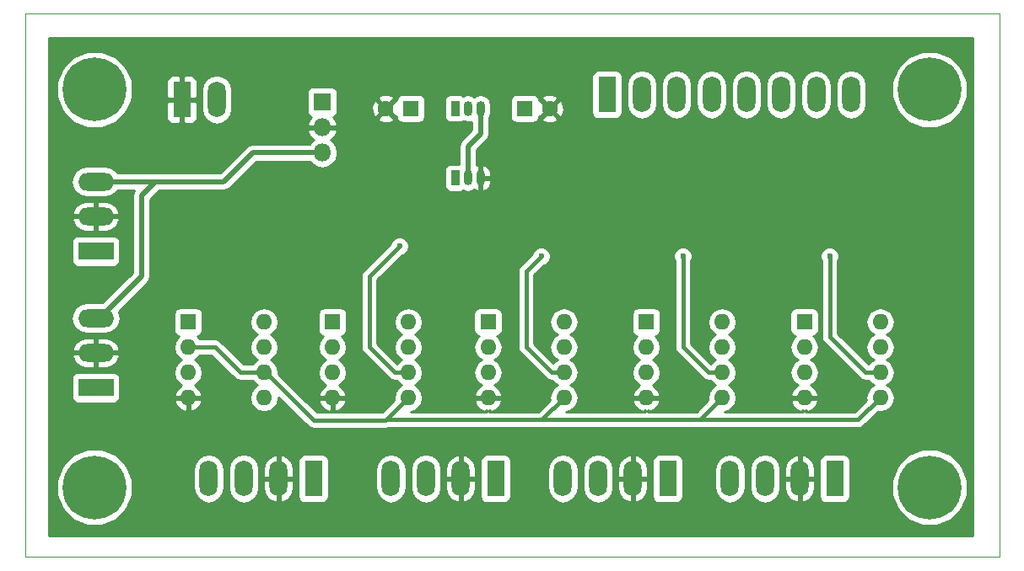
<source format=gbl>
G04 #@! TF.FileFunction,Copper,L2,Bot,Signal*
%FSLAX46Y46*%
G04 Gerber Fmt 4.6, Leading zero omitted, Abs format (unit mm)*
G04 Created by KiCad (PCBNEW 4.0.7) date Tuesday, April 10, 2018 'PMt' 09:17:44 PM*
%MOMM*%
%LPD*%
G01*
G04 APERTURE LIST*
%ADD10C,0.100000*%
%ADD11O,0.900000X1.500000*%
%ADD12R,0.900000X1.500000*%
%ADD13R,1.600000X1.600000*%
%ADD14O,1.600000X1.600000*%
%ADD15C,1.600000*%
%ADD16R,1.800000X1.800000*%
%ADD17O,1.800000X1.800000*%
%ADD18R,3.600000X1.800000*%
%ADD19O,3.600000X1.800000*%
%ADD20R,1.800000X3.600000*%
%ADD21O,1.800000X3.600000*%
%ADD22C,6.400000*%
%ADD23C,0.600000*%
%ADD24C,0.508000*%
%ADD25C,0.381000*%
%ADD26C,0.254000*%
G04 APERTURE END LIST*
D10*
X115160000Y-128240000D02*
X115160000Y-73630000D01*
X212950000Y-128240000D02*
X115160000Y-128240000D01*
X212950000Y-73630000D02*
X212950000Y-128240000D01*
X115160000Y-73630000D02*
X212950000Y-73630000D01*
D11*
X159610000Y-83155000D03*
X160880000Y-83155000D03*
D12*
X158340000Y-83155000D03*
D13*
X193392000Y-104618000D03*
D14*
X201012000Y-112238000D03*
X193392000Y-107158000D03*
X201012000Y-109698000D03*
X193392000Y-109698000D03*
X201012000Y-107158000D03*
X193392000Y-112238000D03*
X201012000Y-104618000D03*
D13*
X177517000Y-104618000D03*
D14*
X185137000Y-112238000D03*
X177517000Y-107158000D03*
X185137000Y-109698000D03*
X177517000Y-109698000D03*
X185137000Y-107158000D03*
X177517000Y-112238000D03*
X185137000Y-104618000D03*
D13*
X161642000Y-104618000D03*
D14*
X169262000Y-112238000D03*
X161642000Y-107158000D03*
X169262000Y-109698000D03*
X161642000Y-109698000D03*
X169262000Y-107158000D03*
X161642000Y-112238000D03*
X169262000Y-104618000D03*
D13*
X146021000Y-104618000D03*
D14*
X153641000Y-112238000D03*
X146021000Y-107158000D03*
X153641000Y-109698000D03*
X146021000Y-109698000D03*
X153641000Y-107158000D03*
X146021000Y-112238000D03*
X153641000Y-104618000D03*
D11*
X159610000Y-90140000D03*
X160880000Y-90140000D03*
D12*
X158340000Y-90140000D03*
D13*
X165325000Y-83155000D03*
D15*
X167825000Y-83155000D03*
D13*
X153895000Y-83155000D03*
D15*
X151395000Y-83155000D03*
D16*
X145005000Y-82520000D03*
D17*
X145005000Y-85060000D03*
X145005000Y-87600000D03*
D18*
X122272000Y-111222000D03*
D19*
X122272000Y-107722000D03*
X122272000Y-104222000D03*
D18*
X122272000Y-97506000D03*
D19*
X122272000Y-94006000D03*
X122272000Y-90506000D03*
D20*
X173580000Y-81758000D03*
D21*
X177080000Y-81758000D03*
X180580000Y-81758000D03*
X184080000Y-81758000D03*
X187580000Y-81758000D03*
X191080000Y-81758000D03*
X194580000Y-81758000D03*
X198080000Y-81758000D03*
D20*
X196440000Y-120366000D03*
D21*
X192940000Y-120366000D03*
X189440000Y-120366000D03*
X185940000Y-120366000D03*
D20*
X179676000Y-120366000D03*
D21*
X176176000Y-120366000D03*
X172676000Y-120366000D03*
X169176000Y-120366000D03*
D20*
X162404000Y-120366000D03*
D21*
X158904000Y-120366000D03*
X155404000Y-120366000D03*
X151904000Y-120366000D03*
D20*
X144116000Y-120366000D03*
D21*
X140616000Y-120366000D03*
X137116000Y-120366000D03*
X133616000Y-120366000D03*
D20*
X130908000Y-82266000D03*
D21*
X134408000Y-82266000D03*
D13*
X131543000Y-104618000D03*
D14*
X139163000Y-112238000D03*
X131543000Y-107158000D03*
X139163000Y-109698000D03*
X131543000Y-109698000D03*
X139163000Y-107158000D03*
X131543000Y-112238000D03*
X139163000Y-104618000D03*
D22*
X122145000Y-121255000D03*
X122145000Y-81250000D03*
X205965000Y-81250000D03*
X205965000Y-121255000D03*
D23*
X128622000Y-101697000D03*
X142084000Y-102586000D03*
X156816000Y-102586000D03*
X172564000Y-102586000D03*
X188312000Y-102586000D03*
X204568000Y-102586000D03*
X152752000Y-96998000D03*
X166976000Y-98014000D03*
X181200000Y-98014000D03*
X195932000Y-98014000D03*
D24*
X153641000Y-107158000D02*
X153768000Y-107158000D01*
X159610000Y-90140000D02*
X159610000Y-86965000D01*
X160880000Y-85695000D02*
X160880000Y-83155000D01*
X159610000Y-86965000D02*
X160880000Y-85695000D01*
X122272000Y-104222000D02*
X122668000Y-104222000D01*
X122668000Y-104222000D02*
X126844000Y-100046000D01*
X126844000Y-91918000D02*
X128256000Y-90506000D01*
X126844000Y-100046000D02*
X126844000Y-91918000D01*
X122272000Y-104222000D02*
X123303000Y-104222000D01*
X122272000Y-90506000D02*
X128256000Y-90506000D01*
X128256000Y-90506000D02*
X135114000Y-90506000D01*
X138020000Y-87600000D02*
X145005000Y-87600000D01*
X135114000Y-90506000D02*
X138020000Y-87600000D01*
D25*
X153641000Y-109698000D02*
X152244000Y-109698000D01*
X149704000Y-100046000D02*
X152752000Y-96998000D01*
X149704000Y-107158000D02*
X149704000Y-100046000D01*
X152244000Y-109698000D02*
X149704000Y-107158000D01*
X169262000Y-109698000D02*
X167992000Y-109698000D01*
X165452000Y-99538000D02*
X166976000Y-98014000D01*
X165452000Y-107158000D02*
X165452000Y-99538000D01*
X167992000Y-109698000D02*
X165452000Y-107158000D01*
X185137000Y-109698000D02*
X183740000Y-109698000D01*
X181200000Y-107158000D02*
X181200000Y-98014000D01*
X183740000Y-109698000D02*
X181200000Y-107158000D01*
X201012000Y-109698000D02*
X199488000Y-109698000D01*
X195932000Y-106142000D02*
X195932000Y-98014000D01*
X199488000Y-109698000D02*
X195932000Y-106142000D01*
X182914500Y-114460500D02*
X198789500Y-114460500D01*
X198789500Y-114460500D02*
X201012000Y-112238000D01*
X166976000Y-114460500D02*
X182914500Y-114460500D01*
X182914500Y-114460500D02*
X185137000Y-112238000D01*
X151418500Y-114460500D02*
X166976000Y-114460500D01*
X166976000Y-114460500D02*
X167039500Y-114460500D01*
X167039500Y-114460500D02*
X169262000Y-112238000D01*
X139163000Y-109698000D02*
X139290000Y-109698000D01*
X139290000Y-109698000D02*
X144116000Y-114524000D01*
X151355000Y-114524000D02*
X151418500Y-114460500D01*
X151418500Y-114460500D02*
X153641000Y-112238000D01*
X144116000Y-114524000D02*
X151355000Y-114524000D01*
X134083000Y-107158000D02*
X134210000Y-107158000D01*
X131543000Y-107158000D02*
X134083000Y-107158000D01*
X136750000Y-109698000D02*
X139163000Y-109698000D01*
X134210000Y-107158000D02*
X136750000Y-109698000D01*
D26*
G36*
X210283000Y-126081000D02*
X117573000Y-126081000D01*
X117573000Y-122014482D01*
X118309336Y-122014482D01*
X118891950Y-123424515D01*
X119969811Y-124504259D01*
X121378825Y-125089333D01*
X122904482Y-125090664D01*
X124314515Y-124508050D01*
X125394259Y-123430189D01*
X125979333Y-122021175D01*
X125980664Y-120495518D01*
X125535565Y-119418296D01*
X132081000Y-119418296D01*
X132081000Y-121313704D01*
X132197845Y-121901123D01*
X132530591Y-122399113D01*
X133028581Y-122731859D01*
X133616000Y-122848704D01*
X134203419Y-122731859D01*
X134701409Y-122399113D01*
X135034155Y-121901123D01*
X135151000Y-121313704D01*
X135151000Y-119418296D01*
X135581000Y-119418296D01*
X135581000Y-121313704D01*
X135697845Y-121901123D01*
X136030591Y-122399113D01*
X136528581Y-122731859D01*
X137116000Y-122848704D01*
X137703419Y-122731859D01*
X138201409Y-122399113D01*
X138534155Y-121901123D01*
X138651000Y-121313704D01*
X138651000Y-120493000D01*
X139081000Y-120493000D01*
X139081000Y-121393000D01*
X139246446Y-121970752D01*
X139620394Y-122441212D01*
X140145914Y-122732756D01*
X140251260Y-122757036D01*
X140489000Y-122636378D01*
X140489000Y-120493000D01*
X140743000Y-120493000D01*
X140743000Y-122636378D01*
X140980740Y-122757036D01*
X141086086Y-122732756D01*
X141611606Y-122441212D01*
X141985554Y-121970752D01*
X142151000Y-121393000D01*
X142151000Y-120493000D01*
X140743000Y-120493000D01*
X140489000Y-120493000D01*
X139081000Y-120493000D01*
X138651000Y-120493000D01*
X138651000Y-119418296D01*
X138635228Y-119339000D01*
X139081000Y-119339000D01*
X139081000Y-120239000D01*
X140489000Y-120239000D01*
X140489000Y-118095622D01*
X140743000Y-118095622D01*
X140743000Y-120239000D01*
X142151000Y-120239000D01*
X142151000Y-119339000D01*
X141985554Y-118761248D01*
X141830360Y-118566000D01*
X142568560Y-118566000D01*
X142568560Y-122166000D01*
X142612838Y-122401317D01*
X142751910Y-122617441D01*
X142964110Y-122762431D01*
X143216000Y-122813440D01*
X145016000Y-122813440D01*
X145251317Y-122769162D01*
X145467441Y-122630090D01*
X145612431Y-122417890D01*
X145663440Y-122166000D01*
X145663440Y-119418296D01*
X150369000Y-119418296D01*
X150369000Y-121313704D01*
X150485845Y-121901123D01*
X150818591Y-122399113D01*
X151316581Y-122731859D01*
X151904000Y-122848704D01*
X152491419Y-122731859D01*
X152989409Y-122399113D01*
X153322155Y-121901123D01*
X153439000Y-121313704D01*
X153439000Y-119418296D01*
X153869000Y-119418296D01*
X153869000Y-121313704D01*
X153985845Y-121901123D01*
X154318591Y-122399113D01*
X154816581Y-122731859D01*
X155404000Y-122848704D01*
X155991419Y-122731859D01*
X156489409Y-122399113D01*
X156822155Y-121901123D01*
X156939000Y-121313704D01*
X156939000Y-120493000D01*
X157369000Y-120493000D01*
X157369000Y-121393000D01*
X157534446Y-121970752D01*
X157908394Y-122441212D01*
X158433914Y-122732756D01*
X158539260Y-122757036D01*
X158777000Y-122636378D01*
X158777000Y-120493000D01*
X159031000Y-120493000D01*
X159031000Y-122636378D01*
X159268740Y-122757036D01*
X159374086Y-122732756D01*
X159899606Y-122441212D01*
X160273554Y-121970752D01*
X160439000Y-121393000D01*
X160439000Y-120493000D01*
X159031000Y-120493000D01*
X158777000Y-120493000D01*
X157369000Y-120493000D01*
X156939000Y-120493000D01*
X156939000Y-119418296D01*
X156923228Y-119339000D01*
X157369000Y-119339000D01*
X157369000Y-120239000D01*
X158777000Y-120239000D01*
X158777000Y-118095622D01*
X159031000Y-118095622D01*
X159031000Y-120239000D01*
X160439000Y-120239000D01*
X160439000Y-119339000D01*
X160273554Y-118761248D01*
X160118360Y-118566000D01*
X160856560Y-118566000D01*
X160856560Y-122166000D01*
X160900838Y-122401317D01*
X161039910Y-122617441D01*
X161252110Y-122762431D01*
X161504000Y-122813440D01*
X163304000Y-122813440D01*
X163539317Y-122769162D01*
X163755441Y-122630090D01*
X163900431Y-122417890D01*
X163951440Y-122166000D01*
X163951440Y-119418296D01*
X167641000Y-119418296D01*
X167641000Y-121313704D01*
X167757845Y-121901123D01*
X168090591Y-122399113D01*
X168588581Y-122731859D01*
X169176000Y-122848704D01*
X169763419Y-122731859D01*
X170261409Y-122399113D01*
X170594155Y-121901123D01*
X170711000Y-121313704D01*
X170711000Y-119418296D01*
X171141000Y-119418296D01*
X171141000Y-121313704D01*
X171257845Y-121901123D01*
X171590591Y-122399113D01*
X172088581Y-122731859D01*
X172676000Y-122848704D01*
X173263419Y-122731859D01*
X173761409Y-122399113D01*
X174094155Y-121901123D01*
X174211000Y-121313704D01*
X174211000Y-120493000D01*
X174641000Y-120493000D01*
X174641000Y-121393000D01*
X174806446Y-121970752D01*
X175180394Y-122441212D01*
X175705914Y-122732756D01*
X175811260Y-122757036D01*
X176049000Y-122636378D01*
X176049000Y-120493000D01*
X176303000Y-120493000D01*
X176303000Y-122636378D01*
X176540740Y-122757036D01*
X176646086Y-122732756D01*
X177171606Y-122441212D01*
X177545554Y-121970752D01*
X177711000Y-121393000D01*
X177711000Y-120493000D01*
X176303000Y-120493000D01*
X176049000Y-120493000D01*
X174641000Y-120493000D01*
X174211000Y-120493000D01*
X174211000Y-119418296D01*
X174195228Y-119339000D01*
X174641000Y-119339000D01*
X174641000Y-120239000D01*
X176049000Y-120239000D01*
X176049000Y-118095622D01*
X176303000Y-118095622D01*
X176303000Y-120239000D01*
X177711000Y-120239000D01*
X177711000Y-119339000D01*
X177545554Y-118761248D01*
X177390360Y-118566000D01*
X178128560Y-118566000D01*
X178128560Y-122166000D01*
X178172838Y-122401317D01*
X178311910Y-122617441D01*
X178524110Y-122762431D01*
X178776000Y-122813440D01*
X180576000Y-122813440D01*
X180811317Y-122769162D01*
X181027441Y-122630090D01*
X181172431Y-122417890D01*
X181223440Y-122166000D01*
X181223440Y-119418296D01*
X184405000Y-119418296D01*
X184405000Y-121313704D01*
X184521845Y-121901123D01*
X184854591Y-122399113D01*
X185352581Y-122731859D01*
X185940000Y-122848704D01*
X186527419Y-122731859D01*
X187025409Y-122399113D01*
X187358155Y-121901123D01*
X187475000Y-121313704D01*
X187475000Y-119418296D01*
X187905000Y-119418296D01*
X187905000Y-121313704D01*
X188021845Y-121901123D01*
X188354591Y-122399113D01*
X188852581Y-122731859D01*
X189440000Y-122848704D01*
X190027419Y-122731859D01*
X190525409Y-122399113D01*
X190858155Y-121901123D01*
X190975000Y-121313704D01*
X190975000Y-120493000D01*
X191405000Y-120493000D01*
X191405000Y-121393000D01*
X191570446Y-121970752D01*
X191944394Y-122441212D01*
X192469914Y-122732756D01*
X192575260Y-122757036D01*
X192813000Y-122636378D01*
X192813000Y-120493000D01*
X193067000Y-120493000D01*
X193067000Y-122636378D01*
X193304740Y-122757036D01*
X193410086Y-122732756D01*
X193935606Y-122441212D01*
X194309554Y-121970752D01*
X194475000Y-121393000D01*
X194475000Y-120493000D01*
X193067000Y-120493000D01*
X192813000Y-120493000D01*
X191405000Y-120493000D01*
X190975000Y-120493000D01*
X190975000Y-119418296D01*
X190959228Y-119339000D01*
X191405000Y-119339000D01*
X191405000Y-120239000D01*
X192813000Y-120239000D01*
X192813000Y-118095622D01*
X193067000Y-118095622D01*
X193067000Y-120239000D01*
X194475000Y-120239000D01*
X194475000Y-119339000D01*
X194309554Y-118761248D01*
X194154360Y-118566000D01*
X194892560Y-118566000D01*
X194892560Y-122166000D01*
X194936838Y-122401317D01*
X195075910Y-122617441D01*
X195288110Y-122762431D01*
X195540000Y-122813440D01*
X197340000Y-122813440D01*
X197575317Y-122769162D01*
X197791441Y-122630090D01*
X197936431Y-122417890D01*
X197987440Y-122166000D01*
X197987440Y-122014482D01*
X202129336Y-122014482D01*
X202711950Y-123424515D01*
X203789811Y-124504259D01*
X205198825Y-125089333D01*
X206724482Y-125090664D01*
X208134515Y-124508050D01*
X209214259Y-123430189D01*
X209799333Y-122021175D01*
X209800664Y-120495518D01*
X209218050Y-119085485D01*
X208140189Y-118005741D01*
X206731175Y-117420667D01*
X205205518Y-117419336D01*
X203795485Y-118001950D01*
X202715741Y-119079811D01*
X202130667Y-120488825D01*
X202129336Y-122014482D01*
X197987440Y-122014482D01*
X197987440Y-118566000D01*
X197943162Y-118330683D01*
X197804090Y-118114559D01*
X197591890Y-117969569D01*
X197340000Y-117918560D01*
X195540000Y-117918560D01*
X195304683Y-117962838D01*
X195088559Y-118101910D01*
X194943569Y-118314110D01*
X194892560Y-118566000D01*
X194154360Y-118566000D01*
X193935606Y-118290788D01*
X193410086Y-117999244D01*
X193304740Y-117974964D01*
X193067000Y-118095622D01*
X192813000Y-118095622D01*
X192575260Y-117974964D01*
X192469914Y-117999244D01*
X191944394Y-118290788D01*
X191570446Y-118761248D01*
X191405000Y-119339000D01*
X190959228Y-119339000D01*
X190858155Y-118830877D01*
X190525409Y-118332887D01*
X190027419Y-118000141D01*
X189440000Y-117883296D01*
X188852581Y-118000141D01*
X188354591Y-118332887D01*
X188021845Y-118830877D01*
X187905000Y-119418296D01*
X187475000Y-119418296D01*
X187358155Y-118830877D01*
X187025409Y-118332887D01*
X186527419Y-118000141D01*
X185940000Y-117883296D01*
X185352581Y-118000141D01*
X184854591Y-118332887D01*
X184521845Y-118830877D01*
X184405000Y-119418296D01*
X181223440Y-119418296D01*
X181223440Y-118566000D01*
X181179162Y-118330683D01*
X181040090Y-118114559D01*
X180827890Y-117969569D01*
X180576000Y-117918560D01*
X178776000Y-117918560D01*
X178540683Y-117962838D01*
X178324559Y-118101910D01*
X178179569Y-118314110D01*
X178128560Y-118566000D01*
X177390360Y-118566000D01*
X177171606Y-118290788D01*
X176646086Y-117999244D01*
X176540740Y-117974964D01*
X176303000Y-118095622D01*
X176049000Y-118095622D01*
X175811260Y-117974964D01*
X175705914Y-117999244D01*
X175180394Y-118290788D01*
X174806446Y-118761248D01*
X174641000Y-119339000D01*
X174195228Y-119339000D01*
X174094155Y-118830877D01*
X173761409Y-118332887D01*
X173263419Y-118000141D01*
X172676000Y-117883296D01*
X172088581Y-118000141D01*
X171590591Y-118332887D01*
X171257845Y-118830877D01*
X171141000Y-119418296D01*
X170711000Y-119418296D01*
X170594155Y-118830877D01*
X170261409Y-118332887D01*
X169763419Y-118000141D01*
X169176000Y-117883296D01*
X168588581Y-118000141D01*
X168090591Y-118332887D01*
X167757845Y-118830877D01*
X167641000Y-119418296D01*
X163951440Y-119418296D01*
X163951440Y-118566000D01*
X163907162Y-118330683D01*
X163768090Y-118114559D01*
X163555890Y-117969569D01*
X163304000Y-117918560D01*
X161504000Y-117918560D01*
X161268683Y-117962838D01*
X161052559Y-118101910D01*
X160907569Y-118314110D01*
X160856560Y-118566000D01*
X160118360Y-118566000D01*
X159899606Y-118290788D01*
X159374086Y-117999244D01*
X159268740Y-117974964D01*
X159031000Y-118095622D01*
X158777000Y-118095622D01*
X158539260Y-117974964D01*
X158433914Y-117999244D01*
X157908394Y-118290788D01*
X157534446Y-118761248D01*
X157369000Y-119339000D01*
X156923228Y-119339000D01*
X156822155Y-118830877D01*
X156489409Y-118332887D01*
X155991419Y-118000141D01*
X155404000Y-117883296D01*
X154816581Y-118000141D01*
X154318591Y-118332887D01*
X153985845Y-118830877D01*
X153869000Y-119418296D01*
X153439000Y-119418296D01*
X153322155Y-118830877D01*
X152989409Y-118332887D01*
X152491419Y-118000141D01*
X151904000Y-117883296D01*
X151316581Y-118000141D01*
X150818591Y-118332887D01*
X150485845Y-118830877D01*
X150369000Y-119418296D01*
X145663440Y-119418296D01*
X145663440Y-118566000D01*
X145619162Y-118330683D01*
X145480090Y-118114559D01*
X145267890Y-117969569D01*
X145016000Y-117918560D01*
X143216000Y-117918560D01*
X142980683Y-117962838D01*
X142764559Y-118101910D01*
X142619569Y-118314110D01*
X142568560Y-118566000D01*
X141830360Y-118566000D01*
X141611606Y-118290788D01*
X141086086Y-117999244D01*
X140980740Y-117974964D01*
X140743000Y-118095622D01*
X140489000Y-118095622D01*
X140251260Y-117974964D01*
X140145914Y-117999244D01*
X139620394Y-118290788D01*
X139246446Y-118761248D01*
X139081000Y-119339000D01*
X138635228Y-119339000D01*
X138534155Y-118830877D01*
X138201409Y-118332887D01*
X137703419Y-118000141D01*
X137116000Y-117883296D01*
X136528581Y-118000141D01*
X136030591Y-118332887D01*
X135697845Y-118830877D01*
X135581000Y-119418296D01*
X135151000Y-119418296D01*
X135034155Y-118830877D01*
X134701409Y-118332887D01*
X134203419Y-118000141D01*
X133616000Y-117883296D01*
X133028581Y-118000141D01*
X132530591Y-118332887D01*
X132197845Y-118830877D01*
X132081000Y-119418296D01*
X125535565Y-119418296D01*
X125398050Y-119085485D01*
X124320189Y-118005741D01*
X122911175Y-117420667D01*
X121385518Y-117419336D01*
X119975485Y-118001950D01*
X118895741Y-119079811D01*
X118310667Y-120488825D01*
X118309336Y-122014482D01*
X117573000Y-122014482D01*
X117573000Y-110322000D01*
X119824560Y-110322000D01*
X119824560Y-112122000D01*
X119868838Y-112357317D01*
X120007910Y-112573441D01*
X120220110Y-112718431D01*
X120472000Y-112769440D01*
X124072000Y-112769440D01*
X124307317Y-112725162D01*
X124521966Y-112587039D01*
X130151096Y-112587039D01*
X130311959Y-112975423D01*
X130687866Y-113390389D01*
X131193959Y-113629914D01*
X131416000Y-113508629D01*
X131416000Y-112365000D01*
X131670000Y-112365000D01*
X131670000Y-113508629D01*
X131892041Y-113629914D01*
X132398134Y-113390389D01*
X132774041Y-112975423D01*
X132934904Y-112587039D01*
X132812915Y-112365000D01*
X131670000Y-112365000D01*
X131416000Y-112365000D01*
X130273085Y-112365000D01*
X130151096Y-112587039D01*
X124521966Y-112587039D01*
X124523441Y-112586090D01*
X124668431Y-112373890D01*
X124719440Y-112122000D01*
X124719440Y-110322000D01*
X124675162Y-110086683D01*
X124536090Y-109870559D01*
X124323890Y-109725569D01*
X124072000Y-109674560D01*
X120472000Y-109674560D01*
X120236683Y-109718838D01*
X120020559Y-109857910D01*
X119875569Y-110070110D01*
X119824560Y-110322000D01*
X117573000Y-110322000D01*
X117573000Y-108086740D01*
X119880964Y-108086740D01*
X119905244Y-108192086D01*
X120196788Y-108717606D01*
X120667248Y-109091554D01*
X121245000Y-109257000D01*
X122145000Y-109257000D01*
X122145000Y-107849000D01*
X122399000Y-107849000D01*
X122399000Y-109257000D01*
X123299000Y-109257000D01*
X123876752Y-109091554D01*
X124347212Y-108717606D01*
X124638756Y-108192086D01*
X124663036Y-108086740D01*
X124542378Y-107849000D01*
X122399000Y-107849000D01*
X122145000Y-107849000D01*
X120001622Y-107849000D01*
X119880964Y-108086740D01*
X117573000Y-108086740D01*
X117573000Y-107357260D01*
X119880964Y-107357260D01*
X120001622Y-107595000D01*
X122145000Y-107595000D01*
X122145000Y-106187000D01*
X122399000Y-106187000D01*
X122399000Y-107595000D01*
X124542378Y-107595000D01*
X124663036Y-107357260D01*
X124638756Y-107251914D01*
X124586656Y-107158000D01*
X130079887Y-107158000D01*
X130189120Y-107707151D01*
X130500189Y-108172698D01*
X130882275Y-108428000D01*
X130500189Y-108683302D01*
X130189120Y-109148849D01*
X130079887Y-109698000D01*
X130189120Y-110247151D01*
X130500189Y-110712698D01*
X130904703Y-110982986D01*
X130687866Y-111085611D01*
X130311959Y-111500577D01*
X130151096Y-111888961D01*
X130273085Y-112111000D01*
X131416000Y-112111000D01*
X131416000Y-112091000D01*
X131670000Y-112091000D01*
X131670000Y-112111000D01*
X132812915Y-112111000D01*
X132934904Y-111888961D01*
X132774041Y-111500577D01*
X132398134Y-111085611D01*
X132181297Y-110982986D01*
X132585811Y-110712698D01*
X132896880Y-110247151D01*
X133006113Y-109698000D01*
X132896880Y-109148849D01*
X132585811Y-108683302D01*
X132203725Y-108428000D01*
X132585811Y-108172698D01*
X132712229Y-107983500D01*
X133868066Y-107983500D01*
X136166281Y-110281714D01*
X136166283Y-110281717D01*
X136434095Y-110460663D01*
X136750000Y-110523500D01*
X137993771Y-110523500D01*
X138120189Y-110712698D01*
X138502275Y-110968000D01*
X138120189Y-111223302D01*
X137809120Y-111688849D01*
X137699887Y-112238000D01*
X137809120Y-112787151D01*
X138120189Y-113252698D01*
X138585736Y-113563767D01*
X139134887Y-113673000D01*
X139191113Y-113673000D01*
X139740264Y-113563767D01*
X140205811Y-113252698D01*
X140516880Y-112787151D01*
X140626113Y-112238000D01*
X140617062Y-112192495D01*
X143532281Y-115107714D01*
X143532283Y-115107717D01*
X143799103Y-115286000D01*
X143800095Y-115286663D01*
X144116000Y-115349501D01*
X144116005Y-115349500D01*
X151355000Y-115349500D01*
X151670906Y-115286663D01*
X151671898Y-115286000D01*
X198789500Y-115286000D01*
X199105406Y-115223163D01*
X199373217Y-115044217D01*
X200784161Y-113633272D01*
X200983887Y-113673000D01*
X201040113Y-113673000D01*
X201589264Y-113563767D01*
X202054811Y-113252698D01*
X202365880Y-112787151D01*
X202475113Y-112238000D01*
X202365880Y-111688849D01*
X202054811Y-111223302D01*
X201672725Y-110968000D01*
X202054811Y-110712698D01*
X202365880Y-110247151D01*
X202475113Y-109698000D01*
X202365880Y-109148849D01*
X202054811Y-108683302D01*
X201672725Y-108428000D01*
X202054811Y-108172698D01*
X202365880Y-107707151D01*
X202475113Y-107158000D01*
X202365880Y-106608849D01*
X202054811Y-106143302D01*
X201672725Y-105888000D01*
X202054811Y-105632698D01*
X202365880Y-105167151D01*
X202475113Y-104618000D01*
X202365880Y-104068849D01*
X202054811Y-103603302D01*
X201589264Y-103292233D01*
X201040113Y-103183000D01*
X200983887Y-103183000D01*
X200434736Y-103292233D01*
X199969189Y-103603302D01*
X199658120Y-104068849D01*
X199548887Y-104618000D01*
X199658120Y-105167151D01*
X199969189Y-105632698D01*
X200351275Y-105888000D01*
X199969189Y-106143302D01*
X199658120Y-106608849D01*
X199548887Y-107158000D01*
X199658120Y-107707151D01*
X199969189Y-108172698D01*
X200351275Y-108428000D01*
X199969189Y-108683302D01*
X199842771Y-108872500D01*
X199829933Y-108872500D01*
X196757500Y-105800066D01*
X196757500Y-98464113D01*
X196866838Y-98200799D01*
X196867162Y-97828833D01*
X196725117Y-97485057D01*
X196462327Y-97221808D01*
X196118799Y-97079162D01*
X195746833Y-97078838D01*
X195403057Y-97220883D01*
X195139808Y-97483673D01*
X194997162Y-97827201D01*
X194996838Y-98199167D01*
X195106500Y-98464570D01*
X195106500Y-106142000D01*
X195169337Y-106457906D01*
X195348283Y-106725717D01*
X198904281Y-110281714D01*
X198904283Y-110281717D01*
X199172095Y-110460663D01*
X199488000Y-110523500D01*
X199842771Y-110523500D01*
X199969189Y-110712698D01*
X200351275Y-110968000D01*
X199969189Y-111223302D01*
X199658120Y-111688849D01*
X199548887Y-112238000D01*
X199597943Y-112484623D01*
X198447566Y-113635000D01*
X193519002Y-113635000D01*
X193519002Y-113508630D01*
X193741041Y-113629914D01*
X194247134Y-113390389D01*
X194623041Y-112975423D01*
X194783904Y-112587039D01*
X194661915Y-112365000D01*
X193519000Y-112365000D01*
X193519000Y-112385000D01*
X193265000Y-112385000D01*
X193265000Y-112365000D01*
X192122085Y-112365000D01*
X192000096Y-112587039D01*
X192160959Y-112975423D01*
X192536866Y-113390389D01*
X193042959Y-113629914D01*
X193264998Y-113508630D01*
X193264998Y-113635000D01*
X185356152Y-113635000D01*
X185714264Y-113563767D01*
X186179811Y-113252698D01*
X186490880Y-112787151D01*
X186600113Y-112238000D01*
X186490880Y-111688849D01*
X186179811Y-111223302D01*
X185797725Y-110968000D01*
X186179811Y-110712698D01*
X186490880Y-110247151D01*
X186600113Y-109698000D01*
X186490880Y-109148849D01*
X186179811Y-108683302D01*
X185797725Y-108428000D01*
X186179811Y-108172698D01*
X186490880Y-107707151D01*
X186600113Y-107158000D01*
X191928887Y-107158000D01*
X192038120Y-107707151D01*
X192349189Y-108172698D01*
X192731275Y-108428000D01*
X192349189Y-108683302D01*
X192038120Y-109148849D01*
X191928887Y-109698000D01*
X192038120Y-110247151D01*
X192349189Y-110712698D01*
X192753703Y-110982986D01*
X192536866Y-111085611D01*
X192160959Y-111500577D01*
X192000096Y-111888961D01*
X192122085Y-112111000D01*
X193265000Y-112111000D01*
X193265000Y-112091000D01*
X193519000Y-112091000D01*
X193519000Y-112111000D01*
X194661915Y-112111000D01*
X194783904Y-111888961D01*
X194623041Y-111500577D01*
X194247134Y-111085611D01*
X194030297Y-110982986D01*
X194434811Y-110712698D01*
X194745880Y-110247151D01*
X194855113Y-109698000D01*
X194745880Y-109148849D01*
X194434811Y-108683302D01*
X194052725Y-108428000D01*
X194434811Y-108172698D01*
X194745880Y-107707151D01*
X194855113Y-107158000D01*
X194745880Y-106608849D01*
X194434811Y-106143302D01*
X194290535Y-106046899D01*
X194427317Y-106021162D01*
X194643441Y-105882090D01*
X194788431Y-105669890D01*
X194839440Y-105418000D01*
X194839440Y-103818000D01*
X194795162Y-103582683D01*
X194656090Y-103366559D01*
X194443890Y-103221569D01*
X194192000Y-103170560D01*
X192592000Y-103170560D01*
X192356683Y-103214838D01*
X192140559Y-103353910D01*
X191995569Y-103566110D01*
X191944560Y-103818000D01*
X191944560Y-105418000D01*
X191988838Y-105653317D01*
X192127910Y-105869441D01*
X192340110Y-106014431D01*
X192495089Y-106045815D01*
X192349189Y-106143302D01*
X192038120Y-106608849D01*
X191928887Y-107158000D01*
X186600113Y-107158000D01*
X186490880Y-106608849D01*
X186179811Y-106143302D01*
X185797725Y-105888000D01*
X186179811Y-105632698D01*
X186490880Y-105167151D01*
X186600113Y-104618000D01*
X186490880Y-104068849D01*
X186179811Y-103603302D01*
X185714264Y-103292233D01*
X185165113Y-103183000D01*
X185108887Y-103183000D01*
X184559736Y-103292233D01*
X184094189Y-103603302D01*
X183783120Y-104068849D01*
X183673887Y-104618000D01*
X183783120Y-105167151D01*
X184094189Y-105632698D01*
X184476275Y-105888000D01*
X184094189Y-106143302D01*
X183783120Y-106608849D01*
X183673887Y-107158000D01*
X183783120Y-107707151D01*
X184094189Y-108172698D01*
X184476275Y-108428000D01*
X184094189Y-108683302D01*
X184013498Y-108804065D01*
X182025500Y-106816066D01*
X182025500Y-98464113D01*
X182134838Y-98200799D01*
X182135162Y-97828833D01*
X181993117Y-97485057D01*
X181730327Y-97221808D01*
X181386799Y-97079162D01*
X181014833Y-97078838D01*
X180671057Y-97220883D01*
X180407808Y-97483673D01*
X180265162Y-97827201D01*
X180264838Y-98199167D01*
X180374500Y-98464570D01*
X180374500Y-107158000D01*
X180437337Y-107473906D01*
X180616283Y-107741717D01*
X183156281Y-110281714D01*
X183156283Y-110281717D01*
X183424095Y-110460663D01*
X183740000Y-110523500D01*
X183967771Y-110523500D01*
X184094189Y-110712698D01*
X184476275Y-110968000D01*
X184094189Y-111223302D01*
X183783120Y-111688849D01*
X183673887Y-112238000D01*
X183722943Y-112484623D01*
X182572566Y-113635000D01*
X177644002Y-113635000D01*
X177644002Y-113508630D01*
X177866041Y-113629914D01*
X178372134Y-113390389D01*
X178748041Y-112975423D01*
X178908904Y-112587039D01*
X178786915Y-112365000D01*
X177644000Y-112365000D01*
X177644000Y-112385000D01*
X177390000Y-112385000D01*
X177390000Y-112365000D01*
X176247085Y-112365000D01*
X176125096Y-112587039D01*
X176285959Y-112975423D01*
X176661866Y-113390389D01*
X177167959Y-113629914D01*
X177389998Y-113508630D01*
X177389998Y-113635000D01*
X169481152Y-113635000D01*
X169839264Y-113563767D01*
X170304811Y-113252698D01*
X170615880Y-112787151D01*
X170725113Y-112238000D01*
X170615880Y-111688849D01*
X170304811Y-111223302D01*
X169922725Y-110968000D01*
X170304811Y-110712698D01*
X170615880Y-110247151D01*
X170725113Y-109698000D01*
X170615880Y-109148849D01*
X170304811Y-108683302D01*
X169922725Y-108428000D01*
X170304811Y-108172698D01*
X170615880Y-107707151D01*
X170725113Y-107158000D01*
X176053887Y-107158000D01*
X176163120Y-107707151D01*
X176474189Y-108172698D01*
X176856275Y-108428000D01*
X176474189Y-108683302D01*
X176163120Y-109148849D01*
X176053887Y-109698000D01*
X176163120Y-110247151D01*
X176474189Y-110712698D01*
X176878703Y-110982986D01*
X176661866Y-111085611D01*
X176285959Y-111500577D01*
X176125096Y-111888961D01*
X176247085Y-112111000D01*
X177390000Y-112111000D01*
X177390000Y-112091000D01*
X177644000Y-112091000D01*
X177644000Y-112111000D01*
X178786915Y-112111000D01*
X178908904Y-111888961D01*
X178748041Y-111500577D01*
X178372134Y-111085611D01*
X178155297Y-110982986D01*
X178559811Y-110712698D01*
X178870880Y-110247151D01*
X178980113Y-109698000D01*
X178870880Y-109148849D01*
X178559811Y-108683302D01*
X178177725Y-108428000D01*
X178559811Y-108172698D01*
X178870880Y-107707151D01*
X178980113Y-107158000D01*
X178870880Y-106608849D01*
X178559811Y-106143302D01*
X178415535Y-106046899D01*
X178552317Y-106021162D01*
X178768441Y-105882090D01*
X178913431Y-105669890D01*
X178964440Y-105418000D01*
X178964440Y-103818000D01*
X178920162Y-103582683D01*
X178781090Y-103366559D01*
X178568890Y-103221569D01*
X178317000Y-103170560D01*
X176717000Y-103170560D01*
X176481683Y-103214838D01*
X176265559Y-103353910D01*
X176120569Y-103566110D01*
X176069560Y-103818000D01*
X176069560Y-105418000D01*
X176113838Y-105653317D01*
X176252910Y-105869441D01*
X176465110Y-106014431D01*
X176620089Y-106045815D01*
X176474189Y-106143302D01*
X176163120Y-106608849D01*
X176053887Y-107158000D01*
X170725113Y-107158000D01*
X170615880Y-106608849D01*
X170304811Y-106143302D01*
X169922725Y-105888000D01*
X170304811Y-105632698D01*
X170615880Y-105167151D01*
X170725113Y-104618000D01*
X170615880Y-104068849D01*
X170304811Y-103603302D01*
X169839264Y-103292233D01*
X169290113Y-103183000D01*
X169233887Y-103183000D01*
X168684736Y-103292233D01*
X168219189Y-103603302D01*
X167908120Y-104068849D01*
X167798887Y-104618000D01*
X167908120Y-105167151D01*
X168219189Y-105632698D01*
X168601275Y-105888000D01*
X168219189Y-106143302D01*
X167908120Y-106608849D01*
X167798887Y-107158000D01*
X167908120Y-107707151D01*
X168219189Y-108172698D01*
X168601275Y-108428000D01*
X168219189Y-108683302D01*
X168189367Y-108727934D01*
X166277500Y-106816066D01*
X166277500Y-99879934D01*
X167241439Y-98915994D01*
X167504943Y-98807117D01*
X167768192Y-98544327D01*
X167910838Y-98200799D01*
X167911162Y-97828833D01*
X167769117Y-97485057D01*
X167506327Y-97221808D01*
X167162799Y-97079162D01*
X166790833Y-97078838D01*
X166447057Y-97220883D01*
X166183808Y-97483673D01*
X166073682Y-97748885D01*
X164868283Y-98954283D01*
X164689337Y-99222094D01*
X164677155Y-99283337D01*
X164626500Y-99538000D01*
X164626500Y-107158000D01*
X164689337Y-107473906D01*
X164868283Y-107741717D01*
X167408281Y-110281714D01*
X167408283Y-110281717D01*
X167676095Y-110460663D01*
X167992000Y-110523500D01*
X168092771Y-110523500D01*
X168219189Y-110712698D01*
X168601275Y-110968000D01*
X168219189Y-111223302D01*
X167908120Y-111688849D01*
X167798887Y-112238000D01*
X167847943Y-112484623D01*
X166697566Y-113635000D01*
X161769002Y-113635000D01*
X161769002Y-113508630D01*
X161991041Y-113629914D01*
X162497134Y-113390389D01*
X162873041Y-112975423D01*
X163033904Y-112587039D01*
X162911915Y-112365000D01*
X161769000Y-112365000D01*
X161769000Y-112385000D01*
X161515000Y-112385000D01*
X161515000Y-112365000D01*
X160372085Y-112365000D01*
X160250096Y-112587039D01*
X160410959Y-112975423D01*
X160786866Y-113390389D01*
X161292959Y-113629914D01*
X161514998Y-113508630D01*
X161514998Y-113635000D01*
X153860152Y-113635000D01*
X154218264Y-113563767D01*
X154683811Y-113252698D01*
X154994880Y-112787151D01*
X155104113Y-112238000D01*
X154994880Y-111688849D01*
X154683811Y-111223302D01*
X154301725Y-110968000D01*
X154683811Y-110712698D01*
X154994880Y-110247151D01*
X155104113Y-109698000D01*
X154994880Y-109148849D01*
X154683811Y-108683302D01*
X154301725Y-108428000D01*
X154683811Y-108172698D01*
X154994880Y-107707151D01*
X155104113Y-107158000D01*
X160178887Y-107158000D01*
X160288120Y-107707151D01*
X160599189Y-108172698D01*
X160981275Y-108428000D01*
X160599189Y-108683302D01*
X160288120Y-109148849D01*
X160178887Y-109698000D01*
X160288120Y-110247151D01*
X160599189Y-110712698D01*
X161003703Y-110982986D01*
X160786866Y-111085611D01*
X160410959Y-111500577D01*
X160250096Y-111888961D01*
X160372085Y-112111000D01*
X161515000Y-112111000D01*
X161515000Y-112091000D01*
X161769000Y-112091000D01*
X161769000Y-112111000D01*
X162911915Y-112111000D01*
X163033904Y-111888961D01*
X162873041Y-111500577D01*
X162497134Y-111085611D01*
X162280297Y-110982986D01*
X162684811Y-110712698D01*
X162995880Y-110247151D01*
X163105113Y-109698000D01*
X162995880Y-109148849D01*
X162684811Y-108683302D01*
X162302725Y-108428000D01*
X162684811Y-108172698D01*
X162995880Y-107707151D01*
X163105113Y-107158000D01*
X162995880Y-106608849D01*
X162684811Y-106143302D01*
X162540535Y-106046899D01*
X162677317Y-106021162D01*
X162893441Y-105882090D01*
X163038431Y-105669890D01*
X163089440Y-105418000D01*
X163089440Y-103818000D01*
X163045162Y-103582683D01*
X162906090Y-103366559D01*
X162693890Y-103221569D01*
X162442000Y-103170560D01*
X160842000Y-103170560D01*
X160606683Y-103214838D01*
X160390559Y-103353910D01*
X160245569Y-103566110D01*
X160194560Y-103818000D01*
X160194560Y-105418000D01*
X160238838Y-105653317D01*
X160377910Y-105869441D01*
X160590110Y-106014431D01*
X160745089Y-106045815D01*
X160599189Y-106143302D01*
X160288120Y-106608849D01*
X160178887Y-107158000D01*
X155104113Y-107158000D01*
X154994880Y-106608849D01*
X154683811Y-106143302D01*
X154301725Y-105888000D01*
X154683811Y-105632698D01*
X154994880Y-105167151D01*
X155104113Y-104618000D01*
X154994880Y-104068849D01*
X154683811Y-103603302D01*
X154218264Y-103292233D01*
X153669113Y-103183000D01*
X153612887Y-103183000D01*
X153063736Y-103292233D01*
X152598189Y-103603302D01*
X152287120Y-104068849D01*
X152177887Y-104618000D01*
X152287120Y-105167151D01*
X152598189Y-105632698D01*
X152980275Y-105888000D01*
X152598189Y-106143302D01*
X152287120Y-106608849D01*
X152177887Y-107158000D01*
X152287120Y-107707151D01*
X152598189Y-108172698D01*
X152980275Y-108428000D01*
X152598189Y-108683302D01*
X152517498Y-108804065D01*
X150529500Y-106816066D01*
X150529500Y-100387934D01*
X153017440Y-97899994D01*
X153280943Y-97791117D01*
X153544192Y-97528327D01*
X153686838Y-97184799D01*
X153687162Y-96812833D01*
X153545117Y-96469057D01*
X153282327Y-96205808D01*
X152938799Y-96063162D01*
X152566833Y-96062838D01*
X152223057Y-96204883D01*
X151959808Y-96467673D01*
X151849682Y-96732884D01*
X149120283Y-99462283D01*
X148941337Y-99730094D01*
X148941337Y-99730095D01*
X148878500Y-100046000D01*
X148878500Y-107158000D01*
X148941337Y-107473906D01*
X149120283Y-107741717D01*
X151660281Y-110281714D01*
X151660283Y-110281717D01*
X151928095Y-110460663D01*
X152244000Y-110523500D01*
X152471771Y-110523500D01*
X152598189Y-110712698D01*
X152980275Y-110968000D01*
X152598189Y-111223302D01*
X152287120Y-111688849D01*
X152177887Y-112238000D01*
X152226943Y-112484623D01*
X151013066Y-113698500D01*
X144457933Y-113698500D01*
X143346473Y-112587039D01*
X144629096Y-112587039D01*
X144789959Y-112975423D01*
X145165866Y-113390389D01*
X145671959Y-113629914D01*
X145894000Y-113508629D01*
X145894000Y-112365000D01*
X146148000Y-112365000D01*
X146148000Y-113508629D01*
X146370041Y-113629914D01*
X146876134Y-113390389D01*
X147252041Y-112975423D01*
X147412904Y-112587039D01*
X147290915Y-112365000D01*
X146148000Y-112365000D01*
X145894000Y-112365000D01*
X144751085Y-112365000D01*
X144629096Y-112587039D01*
X143346473Y-112587039D01*
X140598127Y-109838693D01*
X140626113Y-109698000D01*
X140516880Y-109148849D01*
X140205811Y-108683302D01*
X139823725Y-108428000D01*
X140205811Y-108172698D01*
X140516880Y-107707151D01*
X140626113Y-107158000D01*
X144557887Y-107158000D01*
X144667120Y-107707151D01*
X144978189Y-108172698D01*
X145360275Y-108428000D01*
X144978189Y-108683302D01*
X144667120Y-109148849D01*
X144557887Y-109698000D01*
X144667120Y-110247151D01*
X144978189Y-110712698D01*
X145382703Y-110982986D01*
X145165866Y-111085611D01*
X144789959Y-111500577D01*
X144629096Y-111888961D01*
X144751085Y-112111000D01*
X145894000Y-112111000D01*
X145894000Y-112091000D01*
X146148000Y-112091000D01*
X146148000Y-112111000D01*
X147290915Y-112111000D01*
X147412904Y-111888961D01*
X147252041Y-111500577D01*
X146876134Y-111085611D01*
X146659297Y-110982986D01*
X147063811Y-110712698D01*
X147374880Y-110247151D01*
X147484113Y-109698000D01*
X147374880Y-109148849D01*
X147063811Y-108683302D01*
X146681725Y-108428000D01*
X147063811Y-108172698D01*
X147374880Y-107707151D01*
X147484113Y-107158000D01*
X147374880Y-106608849D01*
X147063811Y-106143302D01*
X146919535Y-106046899D01*
X147056317Y-106021162D01*
X147272441Y-105882090D01*
X147417431Y-105669890D01*
X147468440Y-105418000D01*
X147468440Y-103818000D01*
X147424162Y-103582683D01*
X147285090Y-103366559D01*
X147072890Y-103221569D01*
X146821000Y-103170560D01*
X145221000Y-103170560D01*
X144985683Y-103214838D01*
X144769559Y-103353910D01*
X144624569Y-103566110D01*
X144573560Y-103818000D01*
X144573560Y-105418000D01*
X144617838Y-105653317D01*
X144756910Y-105869441D01*
X144969110Y-106014431D01*
X145124089Y-106045815D01*
X144978189Y-106143302D01*
X144667120Y-106608849D01*
X144557887Y-107158000D01*
X140626113Y-107158000D01*
X140516880Y-106608849D01*
X140205811Y-106143302D01*
X139823725Y-105888000D01*
X140205811Y-105632698D01*
X140516880Y-105167151D01*
X140626113Y-104618000D01*
X140516880Y-104068849D01*
X140205811Y-103603302D01*
X139740264Y-103292233D01*
X139191113Y-103183000D01*
X139134887Y-103183000D01*
X138585736Y-103292233D01*
X138120189Y-103603302D01*
X137809120Y-104068849D01*
X137699887Y-104618000D01*
X137809120Y-105167151D01*
X138120189Y-105632698D01*
X138502275Y-105888000D01*
X138120189Y-106143302D01*
X137809120Y-106608849D01*
X137699887Y-107158000D01*
X137809120Y-107707151D01*
X138120189Y-108172698D01*
X138502275Y-108428000D01*
X138120189Y-108683302D01*
X137993771Y-108872500D01*
X137091933Y-108872500D01*
X134793717Y-106574283D01*
X134525906Y-106395337D01*
X134210000Y-106332500D01*
X132712229Y-106332500D01*
X132585811Y-106143302D01*
X132441535Y-106046899D01*
X132578317Y-106021162D01*
X132794441Y-105882090D01*
X132939431Y-105669890D01*
X132990440Y-105418000D01*
X132990440Y-103818000D01*
X132946162Y-103582683D01*
X132807090Y-103366559D01*
X132594890Y-103221569D01*
X132343000Y-103170560D01*
X130743000Y-103170560D01*
X130507683Y-103214838D01*
X130291559Y-103353910D01*
X130146569Y-103566110D01*
X130095560Y-103818000D01*
X130095560Y-105418000D01*
X130139838Y-105653317D01*
X130278910Y-105869441D01*
X130491110Y-106014431D01*
X130646089Y-106045815D01*
X130500189Y-106143302D01*
X130189120Y-106608849D01*
X130079887Y-107158000D01*
X124586656Y-107158000D01*
X124347212Y-106726394D01*
X123876752Y-106352446D01*
X123299000Y-106187000D01*
X122399000Y-106187000D01*
X122145000Y-106187000D01*
X121245000Y-106187000D01*
X120667248Y-106352446D01*
X120196788Y-106726394D01*
X119905244Y-107251914D01*
X119880964Y-107357260D01*
X117573000Y-107357260D01*
X117573000Y-96606000D01*
X119824560Y-96606000D01*
X119824560Y-98406000D01*
X119868838Y-98641317D01*
X120007910Y-98857441D01*
X120220110Y-99002431D01*
X120472000Y-99053440D01*
X124072000Y-99053440D01*
X124307317Y-99009162D01*
X124523441Y-98870090D01*
X124668431Y-98657890D01*
X124719440Y-98406000D01*
X124719440Y-96606000D01*
X124675162Y-96370683D01*
X124536090Y-96154559D01*
X124323890Y-96009569D01*
X124072000Y-95958560D01*
X120472000Y-95958560D01*
X120236683Y-96002838D01*
X120020559Y-96141910D01*
X119875569Y-96354110D01*
X119824560Y-96606000D01*
X117573000Y-96606000D01*
X117573000Y-94370740D01*
X119880964Y-94370740D01*
X119905244Y-94476086D01*
X120196788Y-95001606D01*
X120667248Y-95375554D01*
X121245000Y-95541000D01*
X122145000Y-95541000D01*
X122145000Y-94133000D01*
X122399000Y-94133000D01*
X122399000Y-95541000D01*
X123299000Y-95541000D01*
X123876752Y-95375554D01*
X124347212Y-95001606D01*
X124638756Y-94476086D01*
X124663036Y-94370740D01*
X124542378Y-94133000D01*
X122399000Y-94133000D01*
X122145000Y-94133000D01*
X120001622Y-94133000D01*
X119880964Y-94370740D01*
X117573000Y-94370740D01*
X117573000Y-93641260D01*
X119880964Y-93641260D01*
X120001622Y-93879000D01*
X122145000Y-93879000D01*
X122145000Y-92471000D01*
X122399000Y-92471000D01*
X122399000Y-93879000D01*
X124542378Y-93879000D01*
X124663036Y-93641260D01*
X124638756Y-93535914D01*
X124347212Y-93010394D01*
X123876752Y-92636446D01*
X123299000Y-92471000D01*
X122399000Y-92471000D01*
X122145000Y-92471000D01*
X121245000Y-92471000D01*
X120667248Y-92636446D01*
X120196788Y-93010394D01*
X119905244Y-93535914D01*
X119880964Y-93641260D01*
X117573000Y-93641260D01*
X117573000Y-90506000D01*
X119789296Y-90506000D01*
X119906141Y-91093419D01*
X120238887Y-91591409D01*
X120736877Y-91924155D01*
X121324296Y-92041000D01*
X123219704Y-92041000D01*
X123807123Y-91924155D01*
X124305113Y-91591409D01*
X124436349Y-91395000D01*
X126144810Y-91395000D01*
X126022671Y-91577794D01*
X125955000Y-91918000D01*
X125955000Y-99677764D01*
X122945764Y-102687000D01*
X121324296Y-102687000D01*
X120736877Y-102803845D01*
X120238887Y-103136591D01*
X119906141Y-103634581D01*
X119789296Y-104222000D01*
X119906141Y-104809419D01*
X120238887Y-105307409D01*
X120736877Y-105640155D01*
X121324296Y-105757000D01*
X123219704Y-105757000D01*
X123807123Y-105640155D01*
X124305113Y-105307409D01*
X124637859Y-104809419D01*
X124754704Y-104222000D01*
X124637859Y-103634581D01*
X124587709Y-103559527D01*
X127472618Y-100674618D01*
X127502620Y-100629717D01*
X127665329Y-100386206D01*
X127733000Y-100046000D01*
X127733000Y-92286236D01*
X128624236Y-91395000D01*
X135114000Y-91395000D01*
X135454206Y-91327329D01*
X135742618Y-91134618D01*
X138388236Y-88489000D01*
X143768261Y-88489000D01*
X143919591Y-88715481D01*
X144417581Y-89048227D01*
X145005000Y-89165072D01*
X145592419Y-89048227D01*
X146090409Y-88715481D01*
X146423155Y-88217491D01*
X146540000Y-87630072D01*
X146540000Y-87569928D01*
X146423155Y-86982509D01*
X146090409Y-86484519D01*
X145852418Y-86325499D01*
X146242966Y-85967576D01*
X146496046Y-85424742D01*
X146375997Y-85187000D01*
X145132000Y-85187000D01*
X145132000Y-85207000D01*
X144878000Y-85207000D01*
X144878000Y-85187000D01*
X143634003Y-85187000D01*
X143513954Y-85424742D01*
X143767034Y-85967576D01*
X144157582Y-86325499D01*
X143919591Y-86484519D01*
X143768261Y-86711000D01*
X138020000Y-86711000D01*
X137679795Y-86778670D01*
X137391382Y-86971382D01*
X134745764Y-89617000D01*
X124436349Y-89617000D01*
X124305113Y-89420591D01*
X123807123Y-89087845D01*
X123219704Y-88971000D01*
X121324296Y-88971000D01*
X120736877Y-89087845D01*
X120238887Y-89420591D01*
X119906141Y-89918581D01*
X119789296Y-90506000D01*
X117573000Y-90506000D01*
X117573000Y-82009482D01*
X118309336Y-82009482D01*
X118891950Y-83419515D01*
X119969811Y-84499259D01*
X121378825Y-85084333D01*
X122904482Y-85085664D01*
X124314515Y-84503050D01*
X125394259Y-83425189D01*
X125756942Y-82551750D01*
X129373000Y-82551750D01*
X129373000Y-84192310D01*
X129469673Y-84425699D01*
X129648302Y-84604327D01*
X129881691Y-84701000D01*
X130622250Y-84701000D01*
X130781000Y-84542250D01*
X130781000Y-82393000D01*
X131035000Y-82393000D01*
X131035000Y-84542250D01*
X131193750Y-84701000D01*
X131934309Y-84701000D01*
X132167698Y-84604327D01*
X132346327Y-84425699D01*
X132443000Y-84192310D01*
X132443000Y-82551750D01*
X132284250Y-82393000D01*
X131035000Y-82393000D01*
X130781000Y-82393000D01*
X129531750Y-82393000D01*
X129373000Y-82551750D01*
X125756942Y-82551750D01*
X125979333Y-82016175D01*
X125980664Y-80490518D01*
X125918344Y-80339690D01*
X129373000Y-80339690D01*
X129373000Y-81980250D01*
X129531750Y-82139000D01*
X130781000Y-82139000D01*
X130781000Y-79989750D01*
X131035000Y-79989750D01*
X131035000Y-82139000D01*
X132284250Y-82139000D01*
X132443000Y-81980250D01*
X132443000Y-81318296D01*
X132873000Y-81318296D01*
X132873000Y-83213704D01*
X132989845Y-83801123D01*
X133322591Y-84299113D01*
X133820581Y-84631859D01*
X134408000Y-84748704D01*
X134995419Y-84631859D01*
X135493409Y-84299113D01*
X135826155Y-83801123D01*
X135943000Y-83213704D01*
X135943000Y-81620000D01*
X143457560Y-81620000D01*
X143457560Y-83420000D01*
X143501838Y-83655317D01*
X143640910Y-83871441D01*
X143853110Y-84016431D01*
X143904146Y-84026766D01*
X143767034Y-84152424D01*
X143513954Y-84695258D01*
X143634003Y-84933000D01*
X144878000Y-84933000D01*
X144878000Y-84913000D01*
X145132000Y-84913000D01*
X145132000Y-84933000D01*
X146375997Y-84933000D01*
X146496046Y-84695258D01*
X146247778Y-84162745D01*
X150566861Y-84162745D01*
X150640995Y-84408864D01*
X151178223Y-84601965D01*
X151748454Y-84574778D01*
X152149005Y-84408864D01*
X152223139Y-84162745D01*
X151395000Y-83334605D01*
X150566861Y-84162745D01*
X146247778Y-84162745D01*
X146242966Y-84152424D01*
X146108462Y-84029156D01*
X146140317Y-84023162D01*
X146356441Y-83884090D01*
X146501431Y-83671890D01*
X146552440Y-83420000D01*
X146552440Y-82938223D01*
X149948035Y-82938223D01*
X149975222Y-83508454D01*
X150141136Y-83909005D01*
X150387255Y-83983139D01*
X151215395Y-83155000D01*
X151574605Y-83155000D01*
X152402745Y-83983139D01*
X152450167Y-83968855D01*
X152491838Y-84190317D01*
X152630910Y-84406441D01*
X152843110Y-84551431D01*
X153095000Y-84602440D01*
X154695000Y-84602440D01*
X154930317Y-84558162D01*
X155146441Y-84419090D01*
X155291431Y-84206890D01*
X155342440Y-83955000D01*
X155342440Y-82405000D01*
X157242560Y-82405000D01*
X157242560Y-83905000D01*
X157286838Y-84140317D01*
X157425910Y-84356441D01*
X157638110Y-84501431D01*
X157890000Y-84552440D01*
X158790000Y-84552440D01*
X159025317Y-84508162D01*
X159129655Y-84441022D01*
X159194788Y-84484543D01*
X159610000Y-84567134D01*
X159991000Y-84491348D01*
X159991000Y-85326764D01*
X158981382Y-86336382D01*
X158788671Y-86624794D01*
X158721000Y-86965000D01*
X158721000Y-88742560D01*
X157890000Y-88742560D01*
X157654683Y-88786838D01*
X157438559Y-88925910D01*
X157293569Y-89138110D01*
X157242560Y-89390000D01*
X157242560Y-90890000D01*
X157286838Y-91125317D01*
X157425910Y-91341441D01*
X157638110Y-91486431D01*
X157890000Y-91537440D01*
X158790000Y-91537440D01*
X159025317Y-91493162D01*
X159129655Y-91426022D01*
X159194788Y-91469543D01*
X159610000Y-91552134D01*
X160025212Y-91469543D01*
X160249274Y-91319830D01*
X160585999Y-91484408D01*
X160753000Y-91357502D01*
X160753000Y-90267000D01*
X161007000Y-90267000D01*
X161007000Y-91357502D01*
X161174001Y-91484408D01*
X161557408Y-91297013D01*
X161833808Y-90972544D01*
X161965000Y-90567000D01*
X161965000Y-90267000D01*
X161007000Y-90267000D01*
X160753000Y-90267000D01*
X160733000Y-90267000D01*
X160733000Y-90013000D01*
X160753000Y-90013000D01*
X160753000Y-88922498D01*
X161007000Y-88922498D01*
X161007000Y-90013000D01*
X161965000Y-90013000D01*
X161965000Y-89713000D01*
X161833808Y-89307456D01*
X161557408Y-88982987D01*
X161174001Y-88795592D01*
X161007000Y-88922498D01*
X160753000Y-88922498D01*
X160585999Y-88795592D01*
X160499000Y-88838114D01*
X160499000Y-87333236D01*
X161508618Y-86323618D01*
X161623441Y-86151773D01*
X161701329Y-86035206D01*
X161769000Y-85695000D01*
X161769000Y-84067075D01*
X161882409Y-83897346D01*
X161965000Y-83482134D01*
X161965000Y-82827866D01*
X161882409Y-82412654D01*
X161843886Y-82355000D01*
X163877560Y-82355000D01*
X163877560Y-83955000D01*
X163921838Y-84190317D01*
X164060910Y-84406441D01*
X164273110Y-84551431D01*
X164525000Y-84602440D01*
X166125000Y-84602440D01*
X166360317Y-84558162D01*
X166576441Y-84419090D01*
X166721431Y-84206890D01*
X166730370Y-84162745D01*
X166996861Y-84162745D01*
X167070995Y-84408864D01*
X167608223Y-84601965D01*
X168178454Y-84574778D01*
X168579005Y-84408864D01*
X168653139Y-84162745D01*
X167825000Y-83334605D01*
X166996861Y-84162745D01*
X166730370Y-84162745D01*
X166769646Y-83968799D01*
X166817255Y-83983139D01*
X167645395Y-83155000D01*
X168004605Y-83155000D01*
X168832745Y-83983139D01*
X169078864Y-83909005D01*
X169271965Y-83371777D01*
X169244778Y-82801546D01*
X169078864Y-82400995D01*
X168832745Y-82326861D01*
X168004605Y-83155000D01*
X167645395Y-83155000D01*
X166817255Y-82326861D01*
X166769833Y-82341145D01*
X166733351Y-82147255D01*
X166996861Y-82147255D01*
X167825000Y-82975395D01*
X168653139Y-82147255D01*
X168579005Y-81901136D01*
X168041777Y-81708035D01*
X167471546Y-81735222D01*
X167070995Y-81901136D01*
X166996861Y-82147255D01*
X166733351Y-82147255D01*
X166728162Y-82119683D01*
X166589090Y-81903559D01*
X166376890Y-81758569D01*
X166125000Y-81707560D01*
X164525000Y-81707560D01*
X164289683Y-81751838D01*
X164073559Y-81890910D01*
X163928569Y-82103110D01*
X163877560Y-82355000D01*
X161843886Y-82355000D01*
X161647211Y-82060655D01*
X161295212Y-81825457D01*
X160880000Y-81742866D01*
X160464788Y-81825457D01*
X160245000Y-81972315D01*
X160025212Y-81825457D01*
X159610000Y-81742866D01*
X159194788Y-81825457D01*
X159129981Y-81868759D01*
X159041890Y-81808569D01*
X158790000Y-81757560D01*
X157890000Y-81757560D01*
X157654683Y-81801838D01*
X157438559Y-81940910D01*
X157293569Y-82153110D01*
X157242560Y-82405000D01*
X155342440Y-82405000D01*
X155342440Y-82355000D01*
X155298162Y-82119683D01*
X155159090Y-81903559D01*
X154946890Y-81758569D01*
X154695000Y-81707560D01*
X153095000Y-81707560D01*
X152859683Y-81751838D01*
X152643559Y-81890910D01*
X152498569Y-82103110D01*
X152450354Y-82341201D01*
X152402745Y-82326861D01*
X151574605Y-83155000D01*
X151215395Y-83155000D01*
X150387255Y-82326861D01*
X150141136Y-82400995D01*
X149948035Y-82938223D01*
X146552440Y-82938223D01*
X146552440Y-82147255D01*
X150566861Y-82147255D01*
X151395000Y-82975395D01*
X152223139Y-82147255D01*
X152149005Y-81901136D01*
X151611777Y-81708035D01*
X151041546Y-81735222D01*
X150640995Y-81901136D01*
X150566861Y-82147255D01*
X146552440Y-82147255D01*
X146552440Y-81620000D01*
X146508162Y-81384683D01*
X146369090Y-81168559D01*
X146156890Y-81023569D01*
X145905000Y-80972560D01*
X144105000Y-80972560D01*
X143869683Y-81016838D01*
X143653559Y-81155910D01*
X143508569Y-81368110D01*
X143457560Y-81620000D01*
X135943000Y-81620000D01*
X135943000Y-81318296D01*
X135826155Y-80730877D01*
X135493409Y-80232887D01*
X135082012Y-79958000D01*
X172032560Y-79958000D01*
X172032560Y-83558000D01*
X172076838Y-83793317D01*
X172215910Y-84009441D01*
X172428110Y-84154431D01*
X172680000Y-84205440D01*
X174480000Y-84205440D01*
X174715317Y-84161162D01*
X174931441Y-84022090D01*
X175076431Y-83809890D01*
X175127440Y-83558000D01*
X175127440Y-80810296D01*
X175545000Y-80810296D01*
X175545000Y-82705704D01*
X175661845Y-83293123D01*
X175994591Y-83791113D01*
X176492581Y-84123859D01*
X177080000Y-84240704D01*
X177667419Y-84123859D01*
X178165409Y-83791113D01*
X178498155Y-83293123D01*
X178615000Y-82705704D01*
X178615000Y-80810296D01*
X179045000Y-80810296D01*
X179045000Y-82705704D01*
X179161845Y-83293123D01*
X179494591Y-83791113D01*
X179992581Y-84123859D01*
X180580000Y-84240704D01*
X181167419Y-84123859D01*
X181665409Y-83791113D01*
X181998155Y-83293123D01*
X182115000Y-82705704D01*
X182115000Y-80810296D01*
X182545000Y-80810296D01*
X182545000Y-82705704D01*
X182661845Y-83293123D01*
X182994591Y-83791113D01*
X183492581Y-84123859D01*
X184080000Y-84240704D01*
X184667419Y-84123859D01*
X185165409Y-83791113D01*
X185498155Y-83293123D01*
X185615000Y-82705704D01*
X185615000Y-80810296D01*
X186045000Y-80810296D01*
X186045000Y-82705704D01*
X186161845Y-83293123D01*
X186494591Y-83791113D01*
X186992581Y-84123859D01*
X187580000Y-84240704D01*
X188167419Y-84123859D01*
X188665409Y-83791113D01*
X188998155Y-83293123D01*
X189115000Y-82705704D01*
X189115000Y-80810296D01*
X189545000Y-80810296D01*
X189545000Y-82705704D01*
X189661845Y-83293123D01*
X189994591Y-83791113D01*
X190492581Y-84123859D01*
X191080000Y-84240704D01*
X191667419Y-84123859D01*
X192165409Y-83791113D01*
X192498155Y-83293123D01*
X192615000Y-82705704D01*
X192615000Y-80810296D01*
X193045000Y-80810296D01*
X193045000Y-82705704D01*
X193161845Y-83293123D01*
X193494591Y-83791113D01*
X193992581Y-84123859D01*
X194580000Y-84240704D01*
X195167419Y-84123859D01*
X195665409Y-83791113D01*
X195998155Y-83293123D01*
X196115000Y-82705704D01*
X196115000Y-80810296D01*
X196545000Y-80810296D01*
X196545000Y-82705704D01*
X196661845Y-83293123D01*
X196994591Y-83791113D01*
X197492581Y-84123859D01*
X198080000Y-84240704D01*
X198667419Y-84123859D01*
X199165409Y-83791113D01*
X199498155Y-83293123D01*
X199615000Y-82705704D01*
X199615000Y-82009482D01*
X202129336Y-82009482D01*
X202711950Y-83419515D01*
X203789811Y-84499259D01*
X205198825Y-85084333D01*
X206724482Y-85085664D01*
X208134515Y-84503050D01*
X209214259Y-83425189D01*
X209799333Y-82016175D01*
X209800664Y-80490518D01*
X209218050Y-79080485D01*
X208140189Y-78000741D01*
X206731175Y-77415667D01*
X205205518Y-77414336D01*
X203795485Y-77996950D01*
X202715741Y-79074811D01*
X202130667Y-80483825D01*
X202129336Y-82009482D01*
X199615000Y-82009482D01*
X199615000Y-80810296D01*
X199498155Y-80222877D01*
X199165409Y-79724887D01*
X198667419Y-79392141D01*
X198080000Y-79275296D01*
X197492581Y-79392141D01*
X196994591Y-79724887D01*
X196661845Y-80222877D01*
X196545000Y-80810296D01*
X196115000Y-80810296D01*
X195998155Y-80222877D01*
X195665409Y-79724887D01*
X195167419Y-79392141D01*
X194580000Y-79275296D01*
X193992581Y-79392141D01*
X193494591Y-79724887D01*
X193161845Y-80222877D01*
X193045000Y-80810296D01*
X192615000Y-80810296D01*
X192498155Y-80222877D01*
X192165409Y-79724887D01*
X191667419Y-79392141D01*
X191080000Y-79275296D01*
X190492581Y-79392141D01*
X189994591Y-79724887D01*
X189661845Y-80222877D01*
X189545000Y-80810296D01*
X189115000Y-80810296D01*
X188998155Y-80222877D01*
X188665409Y-79724887D01*
X188167419Y-79392141D01*
X187580000Y-79275296D01*
X186992581Y-79392141D01*
X186494591Y-79724887D01*
X186161845Y-80222877D01*
X186045000Y-80810296D01*
X185615000Y-80810296D01*
X185498155Y-80222877D01*
X185165409Y-79724887D01*
X184667419Y-79392141D01*
X184080000Y-79275296D01*
X183492581Y-79392141D01*
X182994591Y-79724887D01*
X182661845Y-80222877D01*
X182545000Y-80810296D01*
X182115000Y-80810296D01*
X181998155Y-80222877D01*
X181665409Y-79724887D01*
X181167419Y-79392141D01*
X180580000Y-79275296D01*
X179992581Y-79392141D01*
X179494591Y-79724887D01*
X179161845Y-80222877D01*
X179045000Y-80810296D01*
X178615000Y-80810296D01*
X178498155Y-80222877D01*
X178165409Y-79724887D01*
X177667419Y-79392141D01*
X177080000Y-79275296D01*
X176492581Y-79392141D01*
X175994591Y-79724887D01*
X175661845Y-80222877D01*
X175545000Y-80810296D01*
X175127440Y-80810296D01*
X175127440Y-79958000D01*
X175083162Y-79722683D01*
X174944090Y-79506559D01*
X174731890Y-79361569D01*
X174480000Y-79310560D01*
X172680000Y-79310560D01*
X172444683Y-79354838D01*
X172228559Y-79493910D01*
X172083569Y-79706110D01*
X172032560Y-79958000D01*
X135082012Y-79958000D01*
X134995419Y-79900141D01*
X134408000Y-79783296D01*
X133820581Y-79900141D01*
X133322591Y-80232887D01*
X132989845Y-80730877D01*
X132873000Y-81318296D01*
X132443000Y-81318296D01*
X132443000Y-80339690D01*
X132346327Y-80106301D01*
X132167698Y-79927673D01*
X131934309Y-79831000D01*
X131193750Y-79831000D01*
X131035000Y-79989750D01*
X130781000Y-79989750D01*
X130622250Y-79831000D01*
X129881691Y-79831000D01*
X129648302Y-79927673D01*
X129469673Y-80106301D01*
X129373000Y-80339690D01*
X125918344Y-80339690D01*
X125398050Y-79080485D01*
X124320189Y-78000741D01*
X122911175Y-77415667D01*
X121385518Y-77414336D01*
X119975485Y-77996950D01*
X118895741Y-79074811D01*
X118310667Y-80483825D01*
X118309336Y-82009482D01*
X117573000Y-82009482D01*
X117573000Y-76043000D01*
X210283000Y-76043000D01*
X210283000Y-126081000D01*
X210283000Y-126081000D01*
G37*
X210283000Y-126081000D02*
X117573000Y-126081000D01*
X117573000Y-122014482D01*
X118309336Y-122014482D01*
X118891950Y-123424515D01*
X119969811Y-124504259D01*
X121378825Y-125089333D01*
X122904482Y-125090664D01*
X124314515Y-124508050D01*
X125394259Y-123430189D01*
X125979333Y-122021175D01*
X125980664Y-120495518D01*
X125535565Y-119418296D01*
X132081000Y-119418296D01*
X132081000Y-121313704D01*
X132197845Y-121901123D01*
X132530591Y-122399113D01*
X133028581Y-122731859D01*
X133616000Y-122848704D01*
X134203419Y-122731859D01*
X134701409Y-122399113D01*
X135034155Y-121901123D01*
X135151000Y-121313704D01*
X135151000Y-119418296D01*
X135581000Y-119418296D01*
X135581000Y-121313704D01*
X135697845Y-121901123D01*
X136030591Y-122399113D01*
X136528581Y-122731859D01*
X137116000Y-122848704D01*
X137703419Y-122731859D01*
X138201409Y-122399113D01*
X138534155Y-121901123D01*
X138651000Y-121313704D01*
X138651000Y-120493000D01*
X139081000Y-120493000D01*
X139081000Y-121393000D01*
X139246446Y-121970752D01*
X139620394Y-122441212D01*
X140145914Y-122732756D01*
X140251260Y-122757036D01*
X140489000Y-122636378D01*
X140489000Y-120493000D01*
X140743000Y-120493000D01*
X140743000Y-122636378D01*
X140980740Y-122757036D01*
X141086086Y-122732756D01*
X141611606Y-122441212D01*
X141985554Y-121970752D01*
X142151000Y-121393000D01*
X142151000Y-120493000D01*
X140743000Y-120493000D01*
X140489000Y-120493000D01*
X139081000Y-120493000D01*
X138651000Y-120493000D01*
X138651000Y-119418296D01*
X138635228Y-119339000D01*
X139081000Y-119339000D01*
X139081000Y-120239000D01*
X140489000Y-120239000D01*
X140489000Y-118095622D01*
X140743000Y-118095622D01*
X140743000Y-120239000D01*
X142151000Y-120239000D01*
X142151000Y-119339000D01*
X141985554Y-118761248D01*
X141830360Y-118566000D01*
X142568560Y-118566000D01*
X142568560Y-122166000D01*
X142612838Y-122401317D01*
X142751910Y-122617441D01*
X142964110Y-122762431D01*
X143216000Y-122813440D01*
X145016000Y-122813440D01*
X145251317Y-122769162D01*
X145467441Y-122630090D01*
X145612431Y-122417890D01*
X145663440Y-122166000D01*
X145663440Y-119418296D01*
X150369000Y-119418296D01*
X150369000Y-121313704D01*
X150485845Y-121901123D01*
X150818591Y-122399113D01*
X151316581Y-122731859D01*
X151904000Y-122848704D01*
X152491419Y-122731859D01*
X152989409Y-122399113D01*
X153322155Y-121901123D01*
X153439000Y-121313704D01*
X153439000Y-119418296D01*
X153869000Y-119418296D01*
X153869000Y-121313704D01*
X153985845Y-121901123D01*
X154318591Y-122399113D01*
X154816581Y-122731859D01*
X155404000Y-122848704D01*
X155991419Y-122731859D01*
X156489409Y-122399113D01*
X156822155Y-121901123D01*
X156939000Y-121313704D01*
X156939000Y-120493000D01*
X157369000Y-120493000D01*
X157369000Y-121393000D01*
X157534446Y-121970752D01*
X157908394Y-122441212D01*
X158433914Y-122732756D01*
X158539260Y-122757036D01*
X158777000Y-122636378D01*
X158777000Y-120493000D01*
X159031000Y-120493000D01*
X159031000Y-122636378D01*
X159268740Y-122757036D01*
X159374086Y-122732756D01*
X159899606Y-122441212D01*
X160273554Y-121970752D01*
X160439000Y-121393000D01*
X160439000Y-120493000D01*
X159031000Y-120493000D01*
X158777000Y-120493000D01*
X157369000Y-120493000D01*
X156939000Y-120493000D01*
X156939000Y-119418296D01*
X156923228Y-119339000D01*
X157369000Y-119339000D01*
X157369000Y-120239000D01*
X158777000Y-120239000D01*
X158777000Y-118095622D01*
X159031000Y-118095622D01*
X159031000Y-120239000D01*
X160439000Y-120239000D01*
X160439000Y-119339000D01*
X160273554Y-118761248D01*
X160118360Y-118566000D01*
X160856560Y-118566000D01*
X160856560Y-122166000D01*
X160900838Y-122401317D01*
X161039910Y-122617441D01*
X161252110Y-122762431D01*
X161504000Y-122813440D01*
X163304000Y-122813440D01*
X163539317Y-122769162D01*
X163755441Y-122630090D01*
X163900431Y-122417890D01*
X163951440Y-122166000D01*
X163951440Y-119418296D01*
X167641000Y-119418296D01*
X167641000Y-121313704D01*
X167757845Y-121901123D01*
X168090591Y-122399113D01*
X168588581Y-122731859D01*
X169176000Y-122848704D01*
X169763419Y-122731859D01*
X170261409Y-122399113D01*
X170594155Y-121901123D01*
X170711000Y-121313704D01*
X170711000Y-119418296D01*
X171141000Y-119418296D01*
X171141000Y-121313704D01*
X171257845Y-121901123D01*
X171590591Y-122399113D01*
X172088581Y-122731859D01*
X172676000Y-122848704D01*
X173263419Y-122731859D01*
X173761409Y-122399113D01*
X174094155Y-121901123D01*
X174211000Y-121313704D01*
X174211000Y-120493000D01*
X174641000Y-120493000D01*
X174641000Y-121393000D01*
X174806446Y-121970752D01*
X175180394Y-122441212D01*
X175705914Y-122732756D01*
X175811260Y-122757036D01*
X176049000Y-122636378D01*
X176049000Y-120493000D01*
X176303000Y-120493000D01*
X176303000Y-122636378D01*
X176540740Y-122757036D01*
X176646086Y-122732756D01*
X177171606Y-122441212D01*
X177545554Y-121970752D01*
X177711000Y-121393000D01*
X177711000Y-120493000D01*
X176303000Y-120493000D01*
X176049000Y-120493000D01*
X174641000Y-120493000D01*
X174211000Y-120493000D01*
X174211000Y-119418296D01*
X174195228Y-119339000D01*
X174641000Y-119339000D01*
X174641000Y-120239000D01*
X176049000Y-120239000D01*
X176049000Y-118095622D01*
X176303000Y-118095622D01*
X176303000Y-120239000D01*
X177711000Y-120239000D01*
X177711000Y-119339000D01*
X177545554Y-118761248D01*
X177390360Y-118566000D01*
X178128560Y-118566000D01*
X178128560Y-122166000D01*
X178172838Y-122401317D01*
X178311910Y-122617441D01*
X178524110Y-122762431D01*
X178776000Y-122813440D01*
X180576000Y-122813440D01*
X180811317Y-122769162D01*
X181027441Y-122630090D01*
X181172431Y-122417890D01*
X181223440Y-122166000D01*
X181223440Y-119418296D01*
X184405000Y-119418296D01*
X184405000Y-121313704D01*
X184521845Y-121901123D01*
X184854591Y-122399113D01*
X185352581Y-122731859D01*
X185940000Y-122848704D01*
X186527419Y-122731859D01*
X187025409Y-122399113D01*
X187358155Y-121901123D01*
X187475000Y-121313704D01*
X187475000Y-119418296D01*
X187905000Y-119418296D01*
X187905000Y-121313704D01*
X188021845Y-121901123D01*
X188354591Y-122399113D01*
X188852581Y-122731859D01*
X189440000Y-122848704D01*
X190027419Y-122731859D01*
X190525409Y-122399113D01*
X190858155Y-121901123D01*
X190975000Y-121313704D01*
X190975000Y-120493000D01*
X191405000Y-120493000D01*
X191405000Y-121393000D01*
X191570446Y-121970752D01*
X191944394Y-122441212D01*
X192469914Y-122732756D01*
X192575260Y-122757036D01*
X192813000Y-122636378D01*
X192813000Y-120493000D01*
X193067000Y-120493000D01*
X193067000Y-122636378D01*
X193304740Y-122757036D01*
X193410086Y-122732756D01*
X193935606Y-122441212D01*
X194309554Y-121970752D01*
X194475000Y-121393000D01*
X194475000Y-120493000D01*
X193067000Y-120493000D01*
X192813000Y-120493000D01*
X191405000Y-120493000D01*
X190975000Y-120493000D01*
X190975000Y-119418296D01*
X190959228Y-119339000D01*
X191405000Y-119339000D01*
X191405000Y-120239000D01*
X192813000Y-120239000D01*
X192813000Y-118095622D01*
X193067000Y-118095622D01*
X193067000Y-120239000D01*
X194475000Y-120239000D01*
X194475000Y-119339000D01*
X194309554Y-118761248D01*
X194154360Y-118566000D01*
X194892560Y-118566000D01*
X194892560Y-122166000D01*
X194936838Y-122401317D01*
X195075910Y-122617441D01*
X195288110Y-122762431D01*
X195540000Y-122813440D01*
X197340000Y-122813440D01*
X197575317Y-122769162D01*
X197791441Y-122630090D01*
X197936431Y-122417890D01*
X197987440Y-122166000D01*
X197987440Y-122014482D01*
X202129336Y-122014482D01*
X202711950Y-123424515D01*
X203789811Y-124504259D01*
X205198825Y-125089333D01*
X206724482Y-125090664D01*
X208134515Y-124508050D01*
X209214259Y-123430189D01*
X209799333Y-122021175D01*
X209800664Y-120495518D01*
X209218050Y-119085485D01*
X208140189Y-118005741D01*
X206731175Y-117420667D01*
X205205518Y-117419336D01*
X203795485Y-118001950D01*
X202715741Y-119079811D01*
X202130667Y-120488825D01*
X202129336Y-122014482D01*
X197987440Y-122014482D01*
X197987440Y-118566000D01*
X197943162Y-118330683D01*
X197804090Y-118114559D01*
X197591890Y-117969569D01*
X197340000Y-117918560D01*
X195540000Y-117918560D01*
X195304683Y-117962838D01*
X195088559Y-118101910D01*
X194943569Y-118314110D01*
X194892560Y-118566000D01*
X194154360Y-118566000D01*
X193935606Y-118290788D01*
X193410086Y-117999244D01*
X193304740Y-117974964D01*
X193067000Y-118095622D01*
X192813000Y-118095622D01*
X192575260Y-117974964D01*
X192469914Y-117999244D01*
X191944394Y-118290788D01*
X191570446Y-118761248D01*
X191405000Y-119339000D01*
X190959228Y-119339000D01*
X190858155Y-118830877D01*
X190525409Y-118332887D01*
X190027419Y-118000141D01*
X189440000Y-117883296D01*
X188852581Y-118000141D01*
X188354591Y-118332887D01*
X188021845Y-118830877D01*
X187905000Y-119418296D01*
X187475000Y-119418296D01*
X187358155Y-118830877D01*
X187025409Y-118332887D01*
X186527419Y-118000141D01*
X185940000Y-117883296D01*
X185352581Y-118000141D01*
X184854591Y-118332887D01*
X184521845Y-118830877D01*
X184405000Y-119418296D01*
X181223440Y-119418296D01*
X181223440Y-118566000D01*
X181179162Y-118330683D01*
X181040090Y-118114559D01*
X180827890Y-117969569D01*
X180576000Y-117918560D01*
X178776000Y-117918560D01*
X178540683Y-117962838D01*
X178324559Y-118101910D01*
X178179569Y-118314110D01*
X178128560Y-118566000D01*
X177390360Y-118566000D01*
X177171606Y-118290788D01*
X176646086Y-117999244D01*
X176540740Y-117974964D01*
X176303000Y-118095622D01*
X176049000Y-118095622D01*
X175811260Y-117974964D01*
X175705914Y-117999244D01*
X175180394Y-118290788D01*
X174806446Y-118761248D01*
X174641000Y-119339000D01*
X174195228Y-119339000D01*
X174094155Y-118830877D01*
X173761409Y-118332887D01*
X173263419Y-118000141D01*
X172676000Y-117883296D01*
X172088581Y-118000141D01*
X171590591Y-118332887D01*
X171257845Y-118830877D01*
X171141000Y-119418296D01*
X170711000Y-119418296D01*
X170594155Y-118830877D01*
X170261409Y-118332887D01*
X169763419Y-118000141D01*
X169176000Y-117883296D01*
X168588581Y-118000141D01*
X168090591Y-118332887D01*
X167757845Y-118830877D01*
X167641000Y-119418296D01*
X163951440Y-119418296D01*
X163951440Y-118566000D01*
X163907162Y-118330683D01*
X163768090Y-118114559D01*
X163555890Y-117969569D01*
X163304000Y-117918560D01*
X161504000Y-117918560D01*
X161268683Y-117962838D01*
X161052559Y-118101910D01*
X160907569Y-118314110D01*
X160856560Y-118566000D01*
X160118360Y-118566000D01*
X159899606Y-118290788D01*
X159374086Y-117999244D01*
X159268740Y-117974964D01*
X159031000Y-118095622D01*
X158777000Y-118095622D01*
X158539260Y-117974964D01*
X158433914Y-117999244D01*
X157908394Y-118290788D01*
X157534446Y-118761248D01*
X157369000Y-119339000D01*
X156923228Y-119339000D01*
X156822155Y-118830877D01*
X156489409Y-118332887D01*
X155991419Y-118000141D01*
X155404000Y-117883296D01*
X154816581Y-118000141D01*
X154318591Y-118332887D01*
X153985845Y-118830877D01*
X153869000Y-119418296D01*
X153439000Y-119418296D01*
X153322155Y-118830877D01*
X152989409Y-118332887D01*
X152491419Y-118000141D01*
X151904000Y-117883296D01*
X151316581Y-118000141D01*
X150818591Y-118332887D01*
X150485845Y-118830877D01*
X150369000Y-119418296D01*
X145663440Y-119418296D01*
X145663440Y-118566000D01*
X145619162Y-118330683D01*
X145480090Y-118114559D01*
X145267890Y-117969569D01*
X145016000Y-117918560D01*
X143216000Y-117918560D01*
X142980683Y-117962838D01*
X142764559Y-118101910D01*
X142619569Y-118314110D01*
X142568560Y-118566000D01*
X141830360Y-118566000D01*
X141611606Y-118290788D01*
X141086086Y-117999244D01*
X140980740Y-117974964D01*
X140743000Y-118095622D01*
X140489000Y-118095622D01*
X140251260Y-117974964D01*
X140145914Y-117999244D01*
X139620394Y-118290788D01*
X139246446Y-118761248D01*
X139081000Y-119339000D01*
X138635228Y-119339000D01*
X138534155Y-118830877D01*
X138201409Y-118332887D01*
X137703419Y-118000141D01*
X137116000Y-117883296D01*
X136528581Y-118000141D01*
X136030591Y-118332887D01*
X135697845Y-118830877D01*
X135581000Y-119418296D01*
X135151000Y-119418296D01*
X135034155Y-118830877D01*
X134701409Y-118332887D01*
X134203419Y-118000141D01*
X133616000Y-117883296D01*
X133028581Y-118000141D01*
X132530591Y-118332887D01*
X132197845Y-118830877D01*
X132081000Y-119418296D01*
X125535565Y-119418296D01*
X125398050Y-119085485D01*
X124320189Y-118005741D01*
X122911175Y-117420667D01*
X121385518Y-117419336D01*
X119975485Y-118001950D01*
X118895741Y-119079811D01*
X118310667Y-120488825D01*
X118309336Y-122014482D01*
X117573000Y-122014482D01*
X117573000Y-110322000D01*
X119824560Y-110322000D01*
X119824560Y-112122000D01*
X119868838Y-112357317D01*
X120007910Y-112573441D01*
X120220110Y-112718431D01*
X120472000Y-112769440D01*
X124072000Y-112769440D01*
X124307317Y-112725162D01*
X124521966Y-112587039D01*
X130151096Y-112587039D01*
X130311959Y-112975423D01*
X130687866Y-113390389D01*
X131193959Y-113629914D01*
X131416000Y-113508629D01*
X131416000Y-112365000D01*
X131670000Y-112365000D01*
X131670000Y-113508629D01*
X131892041Y-113629914D01*
X132398134Y-113390389D01*
X132774041Y-112975423D01*
X132934904Y-112587039D01*
X132812915Y-112365000D01*
X131670000Y-112365000D01*
X131416000Y-112365000D01*
X130273085Y-112365000D01*
X130151096Y-112587039D01*
X124521966Y-112587039D01*
X124523441Y-112586090D01*
X124668431Y-112373890D01*
X124719440Y-112122000D01*
X124719440Y-110322000D01*
X124675162Y-110086683D01*
X124536090Y-109870559D01*
X124323890Y-109725569D01*
X124072000Y-109674560D01*
X120472000Y-109674560D01*
X120236683Y-109718838D01*
X120020559Y-109857910D01*
X119875569Y-110070110D01*
X119824560Y-110322000D01*
X117573000Y-110322000D01*
X117573000Y-108086740D01*
X119880964Y-108086740D01*
X119905244Y-108192086D01*
X120196788Y-108717606D01*
X120667248Y-109091554D01*
X121245000Y-109257000D01*
X122145000Y-109257000D01*
X122145000Y-107849000D01*
X122399000Y-107849000D01*
X122399000Y-109257000D01*
X123299000Y-109257000D01*
X123876752Y-109091554D01*
X124347212Y-108717606D01*
X124638756Y-108192086D01*
X124663036Y-108086740D01*
X124542378Y-107849000D01*
X122399000Y-107849000D01*
X122145000Y-107849000D01*
X120001622Y-107849000D01*
X119880964Y-108086740D01*
X117573000Y-108086740D01*
X117573000Y-107357260D01*
X119880964Y-107357260D01*
X120001622Y-107595000D01*
X122145000Y-107595000D01*
X122145000Y-106187000D01*
X122399000Y-106187000D01*
X122399000Y-107595000D01*
X124542378Y-107595000D01*
X124663036Y-107357260D01*
X124638756Y-107251914D01*
X124586656Y-107158000D01*
X130079887Y-107158000D01*
X130189120Y-107707151D01*
X130500189Y-108172698D01*
X130882275Y-108428000D01*
X130500189Y-108683302D01*
X130189120Y-109148849D01*
X130079887Y-109698000D01*
X130189120Y-110247151D01*
X130500189Y-110712698D01*
X130904703Y-110982986D01*
X130687866Y-111085611D01*
X130311959Y-111500577D01*
X130151096Y-111888961D01*
X130273085Y-112111000D01*
X131416000Y-112111000D01*
X131416000Y-112091000D01*
X131670000Y-112091000D01*
X131670000Y-112111000D01*
X132812915Y-112111000D01*
X132934904Y-111888961D01*
X132774041Y-111500577D01*
X132398134Y-111085611D01*
X132181297Y-110982986D01*
X132585811Y-110712698D01*
X132896880Y-110247151D01*
X133006113Y-109698000D01*
X132896880Y-109148849D01*
X132585811Y-108683302D01*
X132203725Y-108428000D01*
X132585811Y-108172698D01*
X132712229Y-107983500D01*
X133868066Y-107983500D01*
X136166281Y-110281714D01*
X136166283Y-110281717D01*
X136434095Y-110460663D01*
X136750000Y-110523500D01*
X137993771Y-110523500D01*
X138120189Y-110712698D01*
X138502275Y-110968000D01*
X138120189Y-111223302D01*
X137809120Y-111688849D01*
X137699887Y-112238000D01*
X137809120Y-112787151D01*
X138120189Y-113252698D01*
X138585736Y-113563767D01*
X139134887Y-113673000D01*
X139191113Y-113673000D01*
X139740264Y-113563767D01*
X140205811Y-113252698D01*
X140516880Y-112787151D01*
X140626113Y-112238000D01*
X140617062Y-112192495D01*
X143532281Y-115107714D01*
X143532283Y-115107717D01*
X143799103Y-115286000D01*
X143800095Y-115286663D01*
X144116000Y-115349501D01*
X144116005Y-115349500D01*
X151355000Y-115349500D01*
X151670906Y-115286663D01*
X151671898Y-115286000D01*
X198789500Y-115286000D01*
X199105406Y-115223163D01*
X199373217Y-115044217D01*
X200784161Y-113633272D01*
X200983887Y-113673000D01*
X201040113Y-113673000D01*
X201589264Y-113563767D01*
X202054811Y-113252698D01*
X202365880Y-112787151D01*
X202475113Y-112238000D01*
X202365880Y-111688849D01*
X202054811Y-111223302D01*
X201672725Y-110968000D01*
X202054811Y-110712698D01*
X202365880Y-110247151D01*
X202475113Y-109698000D01*
X202365880Y-109148849D01*
X202054811Y-108683302D01*
X201672725Y-108428000D01*
X202054811Y-108172698D01*
X202365880Y-107707151D01*
X202475113Y-107158000D01*
X202365880Y-106608849D01*
X202054811Y-106143302D01*
X201672725Y-105888000D01*
X202054811Y-105632698D01*
X202365880Y-105167151D01*
X202475113Y-104618000D01*
X202365880Y-104068849D01*
X202054811Y-103603302D01*
X201589264Y-103292233D01*
X201040113Y-103183000D01*
X200983887Y-103183000D01*
X200434736Y-103292233D01*
X199969189Y-103603302D01*
X199658120Y-104068849D01*
X199548887Y-104618000D01*
X199658120Y-105167151D01*
X199969189Y-105632698D01*
X200351275Y-105888000D01*
X199969189Y-106143302D01*
X199658120Y-106608849D01*
X199548887Y-107158000D01*
X199658120Y-107707151D01*
X199969189Y-108172698D01*
X200351275Y-108428000D01*
X199969189Y-108683302D01*
X199842771Y-108872500D01*
X199829933Y-108872500D01*
X196757500Y-105800066D01*
X196757500Y-98464113D01*
X196866838Y-98200799D01*
X196867162Y-97828833D01*
X196725117Y-97485057D01*
X196462327Y-97221808D01*
X196118799Y-97079162D01*
X195746833Y-97078838D01*
X195403057Y-97220883D01*
X195139808Y-97483673D01*
X194997162Y-97827201D01*
X194996838Y-98199167D01*
X195106500Y-98464570D01*
X195106500Y-106142000D01*
X195169337Y-106457906D01*
X195348283Y-106725717D01*
X198904281Y-110281714D01*
X198904283Y-110281717D01*
X199172095Y-110460663D01*
X199488000Y-110523500D01*
X199842771Y-110523500D01*
X199969189Y-110712698D01*
X200351275Y-110968000D01*
X199969189Y-111223302D01*
X199658120Y-111688849D01*
X199548887Y-112238000D01*
X199597943Y-112484623D01*
X198447566Y-113635000D01*
X193519002Y-113635000D01*
X193519002Y-113508630D01*
X193741041Y-113629914D01*
X194247134Y-113390389D01*
X194623041Y-112975423D01*
X194783904Y-112587039D01*
X194661915Y-112365000D01*
X193519000Y-112365000D01*
X193519000Y-112385000D01*
X193265000Y-112385000D01*
X193265000Y-112365000D01*
X192122085Y-112365000D01*
X192000096Y-112587039D01*
X192160959Y-112975423D01*
X192536866Y-113390389D01*
X193042959Y-113629914D01*
X193264998Y-113508630D01*
X193264998Y-113635000D01*
X185356152Y-113635000D01*
X185714264Y-113563767D01*
X186179811Y-113252698D01*
X186490880Y-112787151D01*
X186600113Y-112238000D01*
X186490880Y-111688849D01*
X186179811Y-111223302D01*
X185797725Y-110968000D01*
X186179811Y-110712698D01*
X186490880Y-110247151D01*
X186600113Y-109698000D01*
X186490880Y-109148849D01*
X186179811Y-108683302D01*
X185797725Y-108428000D01*
X186179811Y-108172698D01*
X186490880Y-107707151D01*
X186600113Y-107158000D01*
X191928887Y-107158000D01*
X192038120Y-107707151D01*
X192349189Y-108172698D01*
X192731275Y-108428000D01*
X192349189Y-108683302D01*
X192038120Y-109148849D01*
X191928887Y-109698000D01*
X192038120Y-110247151D01*
X192349189Y-110712698D01*
X192753703Y-110982986D01*
X192536866Y-111085611D01*
X192160959Y-111500577D01*
X192000096Y-111888961D01*
X192122085Y-112111000D01*
X193265000Y-112111000D01*
X193265000Y-112091000D01*
X193519000Y-112091000D01*
X193519000Y-112111000D01*
X194661915Y-112111000D01*
X194783904Y-111888961D01*
X194623041Y-111500577D01*
X194247134Y-111085611D01*
X194030297Y-110982986D01*
X194434811Y-110712698D01*
X194745880Y-110247151D01*
X194855113Y-109698000D01*
X194745880Y-109148849D01*
X194434811Y-108683302D01*
X194052725Y-108428000D01*
X194434811Y-108172698D01*
X194745880Y-107707151D01*
X194855113Y-107158000D01*
X194745880Y-106608849D01*
X194434811Y-106143302D01*
X194290535Y-106046899D01*
X194427317Y-106021162D01*
X194643441Y-105882090D01*
X194788431Y-105669890D01*
X194839440Y-105418000D01*
X194839440Y-103818000D01*
X194795162Y-103582683D01*
X194656090Y-103366559D01*
X194443890Y-103221569D01*
X194192000Y-103170560D01*
X192592000Y-103170560D01*
X192356683Y-103214838D01*
X192140559Y-103353910D01*
X191995569Y-103566110D01*
X191944560Y-103818000D01*
X191944560Y-105418000D01*
X191988838Y-105653317D01*
X192127910Y-105869441D01*
X192340110Y-106014431D01*
X192495089Y-106045815D01*
X192349189Y-106143302D01*
X192038120Y-106608849D01*
X191928887Y-107158000D01*
X186600113Y-107158000D01*
X186490880Y-106608849D01*
X186179811Y-106143302D01*
X185797725Y-105888000D01*
X186179811Y-105632698D01*
X186490880Y-105167151D01*
X186600113Y-104618000D01*
X186490880Y-104068849D01*
X186179811Y-103603302D01*
X185714264Y-103292233D01*
X185165113Y-103183000D01*
X185108887Y-103183000D01*
X184559736Y-103292233D01*
X184094189Y-103603302D01*
X183783120Y-104068849D01*
X183673887Y-104618000D01*
X183783120Y-105167151D01*
X184094189Y-105632698D01*
X184476275Y-105888000D01*
X184094189Y-106143302D01*
X183783120Y-106608849D01*
X183673887Y-107158000D01*
X183783120Y-107707151D01*
X184094189Y-108172698D01*
X184476275Y-108428000D01*
X184094189Y-108683302D01*
X184013498Y-108804065D01*
X182025500Y-106816066D01*
X182025500Y-98464113D01*
X182134838Y-98200799D01*
X182135162Y-97828833D01*
X181993117Y-97485057D01*
X181730327Y-97221808D01*
X181386799Y-97079162D01*
X181014833Y-97078838D01*
X180671057Y-97220883D01*
X180407808Y-97483673D01*
X180265162Y-97827201D01*
X180264838Y-98199167D01*
X180374500Y-98464570D01*
X180374500Y-107158000D01*
X180437337Y-107473906D01*
X180616283Y-107741717D01*
X183156281Y-110281714D01*
X183156283Y-110281717D01*
X183424095Y-110460663D01*
X183740000Y-110523500D01*
X183967771Y-110523500D01*
X184094189Y-110712698D01*
X184476275Y-110968000D01*
X184094189Y-111223302D01*
X183783120Y-111688849D01*
X183673887Y-112238000D01*
X183722943Y-112484623D01*
X182572566Y-113635000D01*
X177644002Y-113635000D01*
X177644002Y-113508630D01*
X177866041Y-113629914D01*
X178372134Y-113390389D01*
X178748041Y-112975423D01*
X178908904Y-112587039D01*
X178786915Y-112365000D01*
X177644000Y-112365000D01*
X177644000Y-112385000D01*
X177390000Y-112385000D01*
X177390000Y-112365000D01*
X176247085Y-112365000D01*
X176125096Y-112587039D01*
X176285959Y-112975423D01*
X176661866Y-113390389D01*
X177167959Y-113629914D01*
X177389998Y-113508630D01*
X177389998Y-113635000D01*
X169481152Y-113635000D01*
X169839264Y-113563767D01*
X170304811Y-113252698D01*
X170615880Y-112787151D01*
X170725113Y-112238000D01*
X170615880Y-111688849D01*
X170304811Y-111223302D01*
X169922725Y-110968000D01*
X170304811Y-110712698D01*
X170615880Y-110247151D01*
X170725113Y-109698000D01*
X170615880Y-109148849D01*
X170304811Y-108683302D01*
X169922725Y-108428000D01*
X170304811Y-108172698D01*
X170615880Y-107707151D01*
X170725113Y-107158000D01*
X176053887Y-107158000D01*
X176163120Y-107707151D01*
X176474189Y-108172698D01*
X176856275Y-108428000D01*
X176474189Y-108683302D01*
X176163120Y-109148849D01*
X176053887Y-109698000D01*
X176163120Y-110247151D01*
X176474189Y-110712698D01*
X176878703Y-110982986D01*
X176661866Y-111085611D01*
X176285959Y-111500577D01*
X176125096Y-111888961D01*
X176247085Y-112111000D01*
X177390000Y-112111000D01*
X177390000Y-112091000D01*
X177644000Y-112091000D01*
X177644000Y-112111000D01*
X178786915Y-112111000D01*
X178908904Y-111888961D01*
X178748041Y-111500577D01*
X178372134Y-111085611D01*
X178155297Y-110982986D01*
X178559811Y-110712698D01*
X178870880Y-110247151D01*
X178980113Y-109698000D01*
X178870880Y-109148849D01*
X178559811Y-108683302D01*
X178177725Y-108428000D01*
X178559811Y-108172698D01*
X178870880Y-107707151D01*
X178980113Y-107158000D01*
X178870880Y-106608849D01*
X178559811Y-106143302D01*
X178415535Y-106046899D01*
X178552317Y-106021162D01*
X178768441Y-105882090D01*
X178913431Y-105669890D01*
X178964440Y-105418000D01*
X178964440Y-103818000D01*
X178920162Y-103582683D01*
X178781090Y-103366559D01*
X178568890Y-103221569D01*
X178317000Y-103170560D01*
X176717000Y-103170560D01*
X176481683Y-103214838D01*
X176265559Y-103353910D01*
X176120569Y-103566110D01*
X176069560Y-103818000D01*
X176069560Y-105418000D01*
X176113838Y-105653317D01*
X176252910Y-105869441D01*
X176465110Y-106014431D01*
X176620089Y-106045815D01*
X176474189Y-106143302D01*
X176163120Y-106608849D01*
X176053887Y-107158000D01*
X170725113Y-107158000D01*
X170615880Y-106608849D01*
X170304811Y-106143302D01*
X169922725Y-105888000D01*
X170304811Y-105632698D01*
X170615880Y-105167151D01*
X170725113Y-104618000D01*
X170615880Y-104068849D01*
X170304811Y-103603302D01*
X169839264Y-103292233D01*
X169290113Y-103183000D01*
X169233887Y-103183000D01*
X168684736Y-103292233D01*
X168219189Y-103603302D01*
X167908120Y-104068849D01*
X167798887Y-104618000D01*
X167908120Y-105167151D01*
X168219189Y-105632698D01*
X168601275Y-105888000D01*
X168219189Y-106143302D01*
X167908120Y-106608849D01*
X167798887Y-107158000D01*
X167908120Y-107707151D01*
X168219189Y-108172698D01*
X168601275Y-108428000D01*
X168219189Y-108683302D01*
X168189367Y-108727934D01*
X166277500Y-106816066D01*
X166277500Y-99879934D01*
X167241439Y-98915994D01*
X167504943Y-98807117D01*
X167768192Y-98544327D01*
X167910838Y-98200799D01*
X167911162Y-97828833D01*
X167769117Y-97485057D01*
X167506327Y-97221808D01*
X167162799Y-97079162D01*
X166790833Y-97078838D01*
X166447057Y-97220883D01*
X166183808Y-97483673D01*
X166073682Y-97748885D01*
X164868283Y-98954283D01*
X164689337Y-99222094D01*
X164677155Y-99283337D01*
X164626500Y-99538000D01*
X164626500Y-107158000D01*
X164689337Y-107473906D01*
X164868283Y-107741717D01*
X167408281Y-110281714D01*
X167408283Y-110281717D01*
X167676095Y-110460663D01*
X167992000Y-110523500D01*
X168092771Y-110523500D01*
X168219189Y-110712698D01*
X168601275Y-110968000D01*
X168219189Y-111223302D01*
X167908120Y-111688849D01*
X167798887Y-112238000D01*
X167847943Y-112484623D01*
X166697566Y-113635000D01*
X161769002Y-113635000D01*
X161769002Y-113508630D01*
X161991041Y-113629914D01*
X162497134Y-113390389D01*
X162873041Y-112975423D01*
X163033904Y-112587039D01*
X162911915Y-112365000D01*
X161769000Y-112365000D01*
X161769000Y-112385000D01*
X161515000Y-112385000D01*
X161515000Y-112365000D01*
X160372085Y-112365000D01*
X160250096Y-112587039D01*
X160410959Y-112975423D01*
X160786866Y-113390389D01*
X161292959Y-113629914D01*
X161514998Y-113508630D01*
X161514998Y-113635000D01*
X153860152Y-113635000D01*
X154218264Y-113563767D01*
X154683811Y-113252698D01*
X154994880Y-112787151D01*
X155104113Y-112238000D01*
X154994880Y-111688849D01*
X154683811Y-111223302D01*
X154301725Y-110968000D01*
X154683811Y-110712698D01*
X154994880Y-110247151D01*
X155104113Y-109698000D01*
X154994880Y-109148849D01*
X154683811Y-108683302D01*
X154301725Y-108428000D01*
X154683811Y-108172698D01*
X154994880Y-107707151D01*
X155104113Y-107158000D01*
X160178887Y-107158000D01*
X160288120Y-107707151D01*
X160599189Y-108172698D01*
X160981275Y-108428000D01*
X160599189Y-108683302D01*
X160288120Y-109148849D01*
X160178887Y-109698000D01*
X160288120Y-110247151D01*
X160599189Y-110712698D01*
X161003703Y-110982986D01*
X160786866Y-111085611D01*
X160410959Y-111500577D01*
X160250096Y-111888961D01*
X160372085Y-112111000D01*
X161515000Y-112111000D01*
X161515000Y-112091000D01*
X161769000Y-112091000D01*
X161769000Y-112111000D01*
X162911915Y-112111000D01*
X163033904Y-111888961D01*
X162873041Y-111500577D01*
X162497134Y-111085611D01*
X162280297Y-110982986D01*
X162684811Y-110712698D01*
X162995880Y-110247151D01*
X163105113Y-109698000D01*
X162995880Y-109148849D01*
X162684811Y-108683302D01*
X162302725Y-108428000D01*
X162684811Y-108172698D01*
X162995880Y-107707151D01*
X163105113Y-107158000D01*
X162995880Y-106608849D01*
X162684811Y-106143302D01*
X162540535Y-106046899D01*
X162677317Y-106021162D01*
X162893441Y-105882090D01*
X163038431Y-105669890D01*
X163089440Y-105418000D01*
X163089440Y-103818000D01*
X163045162Y-103582683D01*
X162906090Y-103366559D01*
X162693890Y-103221569D01*
X162442000Y-103170560D01*
X160842000Y-103170560D01*
X160606683Y-103214838D01*
X160390559Y-103353910D01*
X160245569Y-103566110D01*
X160194560Y-103818000D01*
X160194560Y-105418000D01*
X160238838Y-105653317D01*
X160377910Y-105869441D01*
X160590110Y-106014431D01*
X160745089Y-106045815D01*
X160599189Y-106143302D01*
X160288120Y-106608849D01*
X160178887Y-107158000D01*
X155104113Y-107158000D01*
X154994880Y-106608849D01*
X154683811Y-106143302D01*
X154301725Y-105888000D01*
X154683811Y-105632698D01*
X154994880Y-105167151D01*
X155104113Y-104618000D01*
X154994880Y-104068849D01*
X154683811Y-103603302D01*
X154218264Y-103292233D01*
X153669113Y-103183000D01*
X153612887Y-103183000D01*
X153063736Y-103292233D01*
X152598189Y-103603302D01*
X152287120Y-104068849D01*
X152177887Y-104618000D01*
X152287120Y-105167151D01*
X152598189Y-105632698D01*
X152980275Y-105888000D01*
X152598189Y-106143302D01*
X152287120Y-106608849D01*
X152177887Y-107158000D01*
X152287120Y-107707151D01*
X152598189Y-108172698D01*
X152980275Y-108428000D01*
X152598189Y-108683302D01*
X152517498Y-108804065D01*
X150529500Y-106816066D01*
X150529500Y-100387934D01*
X153017440Y-97899994D01*
X153280943Y-97791117D01*
X153544192Y-97528327D01*
X153686838Y-97184799D01*
X153687162Y-96812833D01*
X153545117Y-96469057D01*
X153282327Y-96205808D01*
X152938799Y-96063162D01*
X152566833Y-96062838D01*
X152223057Y-96204883D01*
X151959808Y-96467673D01*
X151849682Y-96732884D01*
X149120283Y-99462283D01*
X148941337Y-99730094D01*
X148941337Y-99730095D01*
X148878500Y-100046000D01*
X148878500Y-107158000D01*
X148941337Y-107473906D01*
X149120283Y-107741717D01*
X151660281Y-110281714D01*
X151660283Y-110281717D01*
X151928095Y-110460663D01*
X152244000Y-110523500D01*
X152471771Y-110523500D01*
X152598189Y-110712698D01*
X152980275Y-110968000D01*
X152598189Y-111223302D01*
X152287120Y-111688849D01*
X152177887Y-112238000D01*
X152226943Y-112484623D01*
X151013066Y-113698500D01*
X144457933Y-113698500D01*
X143346473Y-112587039D01*
X144629096Y-112587039D01*
X144789959Y-112975423D01*
X145165866Y-113390389D01*
X145671959Y-113629914D01*
X145894000Y-113508629D01*
X145894000Y-112365000D01*
X146148000Y-112365000D01*
X146148000Y-113508629D01*
X146370041Y-113629914D01*
X146876134Y-113390389D01*
X147252041Y-112975423D01*
X147412904Y-112587039D01*
X147290915Y-112365000D01*
X146148000Y-112365000D01*
X145894000Y-112365000D01*
X144751085Y-112365000D01*
X144629096Y-112587039D01*
X143346473Y-112587039D01*
X140598127Y-109838693D01*
X140626113Y-109698000D01*
X140516880Y-109148849D01*
X140205811Y-108683302D01*
X139823725Y-108428000D01*
X140205811Y-108172698D01*
X140516880Y-107707151D01*
X140626113Y-107158000D01*
X144557887Y-107158000D01*
X144667120Y-107707151D01*
X144978189Y-108172698D01*
X145360275Y-108428000D01*
X144978189Y-108683302D01*
X144667120Y-109148849D01*
X144557887Y-109698000D01*
X144667120Y-110247151D01*
X144978189Y-110712698D01*
X145382703Y-110982986D01*
X145165866Y-111085611D01*
X144789959Y-111500577D01*
X144629096Y-111888961D01*
X144751085Y-112111000D01*
X145894000Y-112111000D01*
X145894000Y-112091000D01*
X146148000Y-112091000D01*
X146148000Y-112111000D01*
X147290915Y-112111000D01*
X147412904Y-111888961D01*
X147252041Y-111500577D01*
X146876134Y-111085611D01*
X146659297Y-110982986D01*
X147063811Y-110712698D01*
X147374880Y-110247151D01*
X147484113Y-109698000D01*
X147374880Y-109148849D01*
X147063811Y-108683302D01*
X146681725Y-108428000D01*
X147063811Y-108172698D01*
X147374880Y-107707151D01*
X147484113Y-107158000D01*
X147374880Y-106608849D01*
X147063811Y-106143302D01*
X146919535Y-106046899D01*
X147056317Y-106021162D01*
X147272441Y-105882090D01*
X147417431Y-105669890D01*
X147468440Y-105418000D01*
X147468440Y-103818000D01*
X147424162Y-103582683D01*
X147285090Y-103366559D01*
X147072890Y-103221569D01*
X146821000Y-103170560D01*
X145221000Y-103170560D01*
X144985683Y-103214838D01*
X144769559Y-103353910D01*
X144624569Y-103566110D01*
X144573560Y-103818000D01*
X144573560Y-105418000D01*
X144617838Y-105653317D01*
X144756910Y-105869441D01*
X144969110Y-106014431D01*
X145124089Y-106045815D01*
X144978189Y-106143302D01*
X144667120Y-106608849D01*
X144557887Y-107158000D01*
X140626113Y-107158000D01*
X140516880Y-106608849D01*
X140205811Y-106143302D01*
X139823725Y-105888000D01*
X140205811Y-105632698D01*
X140516880Y-105167151D01*
X140626113Y-104618000D01*
X140516880Y-104068849D01*
X140205811Y-103603302D01*
X139740264Y-103292233D01*
X139191113Y-103183000D01*
X139134887Y-103183000D01*
X138585736Y-103292233D01*
X138120189Y-103603302D01*
X137809120Y-104068849D01*
X137699887Y-104618000D01*
X137809120Y-105167151D01*
X138120189Y-105632698D01*
X138502275Y-105888000D01*
X138120189Y-106143302D01*
X137809120Y-106608849D01*
X137699887Y-107158000D01*
X137809120Y-107707151D01*
X138120189Y-108172698D01*
X138502275Y-108428000D01*
X138120189Y-108683302D01*
X137993771Y-108872500D01*
X137091933Y-108872500D01*
X134793717Y-106574283D01*
X134525906Y-106395337D01*
X134210000Y-106332500D01*
X132712229Y-106332500D01*
X132585811Y-106143302D01*
X132441535Y-106046899D01*
X132578317Y-106021162D01*
X132794441Y-105882090D01*
X132939431Y-105669890D01*
X132990440Y-105418000D01*
X132990440Y-103818000D01*
X132946162Y-103582683D01*
X132807090Y-103366559D01*
X132594890Y-103221569D01*
X132343000Y-103170560D01*
X130743000Y-103170560D01*
X130507683Y-103214838D01*
X130291559Y-103353910D01*
X130146569Y-103566110D01*
X130095560Y-103818000D01*
X130095560Y-105418000D01*
X130139838Y-105653317D01*
X130278910Y-105869441D01*
X130491110Y-106014431D01*
X130646089Y-106045815D01*
X130500189Y-106143302D01*
X130189120Y-106608849D01*
X130079887Y-107158000D01*
X124586656Y-107158000D01*
X124347212Y-106726394D01*
X123876752Y-106352446D01*
X123299000Y-106187000D01*
X122399000Y-106187000D01*
X122145000Y-106187000D01*
X121245000Y-106187000D01*
X120667248Y-106352446D01*
X120196788Y-106726394D01*
X119905244Y-107251914D01*
X119880964Y-107357260D01*
X117573000Y-107357260D01*
X117573000Y-96606000D01*
X119824560Y-96606000D01*
X119824560Y-98406000D01*
X119868838Y-98641317D01*
X120007910Y-98857441D01*
X120220110Y-99002431D01*
X120472000Y-99053440D01*
X124072000Y-99053440D01*
X124307317Y-99009162D01*
X124523441Y-98870090D01*
X124668431Y-98657890D01*
X124719440Y-98406000D01*
X124719440Y-96606000D01*
X124675162Y-96370683D01*
X124536090Y-96154559D01*
X124323890Y-96009569D01*
X124072000Y-95958560D01*
X120472000Y-95958560D01*
X120236683Y-96002838D01*
X120020559Y-96141910D01*
X119875569Y-96354110D01*
X119824560Y-96606000D01*
X117573000Y-96606000D01*
X117573000Y-94370740D01*
X119880964Y-94370740D01*
X119905244Y-94476086D01*
X120196788Y-95001606D01*
X120667248Y-95375554D01*
X121245000Y-95541000D01*
X122145000Y-95541000D01*
X122145000Y-94133000D01*
X122399000Y-94133000D01*
X122399000Y-95541000D01*
X123299000Y-95541000D01*
X123876752Y-95375554D01*
X124347212Y-95001606D01*
X124638756Y-94476086D01*
X124663036Y-94370740D01*
X124542378Y-94133000D01*
X122399000Y-94133000D01*
X122145000Y-94133000D01*
X120001622Y-94133000D01*
X119880964Y-94370740D01*
X117573000Y-94370740D01*
X117573000Y-93641260D01*
X119880964Y-93641260D01*
X120001622Y-93879000D01*
X122145000Y-93879000D01*
X122145000Y-92471000D01*
X122399000Y-92471000D01*
X122399000Y-93879000D01*
X124542378Y-93879000D01*
X124663036Y-93641260D01*
X124638756Y-93535914D01*
X124347212Y-93010394D01*
X123876752Y-92636446D01*
X123299000Y-92471000D01*
X122399000Y-92471000D01*
X122145000Y-92471000D01*
X121245000Y-92471000D01*
X120667248Y-92636446D01*
X120196788Y-93010394D01*
X119905244Y-93535914D01*
X119880964Y-93641260D01*
X117573000Y-93641260D01*
X117573000Y-90506000D01*
X119789296Y-90506000D01*
X119906141Y-91093419D01*
X120238887Y-91591409D01*
X120736877Y-91924155D01*
X121324296Y-92041000D01*
X123219704Y-92041000D01*
X123807123Y-91924155D01*
X124305113Y-91591409D01*
X124436349Y-91395000D01*
X126144810Y-91395000D01*
X126022671Y-91577794D01*
X125955000Y-91918000D01*
X125955000Y-99677764D01*
X122945764Y-102687000D01*
X121324296Y-102687000D01*
X120736877Y-102803845D01*
X120238887Y-103136591D01*
X119906141Y-103634581D01*
X119789296Y-104222000D01*
X119906141Y-104809419D01*
X120238887Y-105307409D01*
X120736877Y-105640155D01*
X121324296Y-105757000D01*
X123219704Y-105757000D01*
X123807123Y-105640155D01*
X124305113Y-105307409D01*
X124637859Y-104809419D01*
X124754704Y-104222000D01*
X124637859Y-103634581D01*
X124587709Y-103559527D01*
X127472618Y-100674618D01*
X127502620Y-100629717D01*
X127665329Y-100386206D01*
X127733000Y-100046000D01*
X127733000Y-92286236D01*
X128624236Y-91395000D01*
X135114000Y-91395000D01*
X135454206Y-91327329D01*
X135742618Y-91134618D01*
X138388236Y-88489000D01*
X143768261Y-88489000D01*
X143919591Y-88715481D01*
X144417581Y-89048227D01*
X145005000Y-89165072D01*
X145592419Y-89048227D01*
X146090409Y-88715481D01*
X146423155Y-88217491D01*
X146540000Y-87630072D01*
X146540000Y-87569928D01*
X146423155Y-86982509D01*
X146090409Y-86484519D01*
X145852418Y-86325499D01*
X146242966Y-85967576D01*
X146496046Y-85424742D01*
X146375997Y-85187000D01*
X145132000Y-85187000D01*
X145132000Y-85207000D01*
X144878000Y-85207000D01*
X144878000Y-85187000D01*
X143634003Y-85187000D01*
X143513954Y-85424742D01*
X143767034Y-85967576D01*
X144157582Y-86325499D01*
X143919591Y-86484519D01*
X143768261Y-86711000D01*
X138020000Y-86711000D01*
X137679795Y-86778670D01*
X137391382Y-86971382D01*
X134745764Y-89617000D01*
X124436349Y-89617000D01*
X124305113Y-89420591D01*
X123807123Y-89087845D01*
X123219704Y-88971000D01*
X121324296Y-88971000D01*
X120736877Y-89087845D01*
X120238887Y-89420591D01*
X119906141Y-89918581D01*
X119789296Y-90506000D01*
X117573000Y-90506000D01*
X117573000Y-82009482D01*
X118309336Y-82009482D01*
X118891950Y-83419515D01*
X119969811Y-84499259D01*
X121378825Y-85084333D01*
X122904482Y-85085664D01*
X124314515Y-84503050D01*
X125394259Y-83425189D01*
X125756942Y-82551750D01*
X129373000Y-82551750D01*
X129373000Y-84192310D01*
X129469673Y-84425699D01*
X129648302Y-84604327D01*
X129881691Y-84701000D01*
X130622250Y-84701000D01*
X130781000Y-84542250D01*
X130781000Y-82393000D01*
X131035000Y-82393000D01*
X131035000Y-84542250D01*
X131193750Y-84701000D01*
X131934309Y-84701000D01*
X132167698Y-84604327D01*
X132346327Y-84425699D01*
X132443000Y-84192310D01*
X132443000Y-82551750D01*
X132284250Y-82393000D01*
X131035000Y-82393000D01*
X130781000Y-82393000D01*
X129531750Y-82393000D01*
X129373000Y-82551750D01*
X125756942Y-82551750D01*
X125979333Y-82016175D01*
X125980664Y-80490518D01*
X125918344Y-80339690D01*
X129373000Y-80339690D01*
X129373000Y-81980250D01*
X129531750Y-82139000D01*
X130781000Y-82139000D01*
X130781000Y-79989750D01*
X131035000Y-79989750D01*
X131035000Y-82139000D01*
X132284250Y-82139000D01*
X132443000Y-81980250D01*
X132443000Y-81318296D01*
X132873000Y-81318296D01*
X132873000Y-83213704D01*
X132989845Y-83801123D01*
X133322591Y-84299113D01*
X133820581Y-84631859D01*
X134408000Y-84748704D01*
X134995419Y-84631859D01*
X135493409Y-84299113D01*
X135826155Y-83801123D01*
X135943000Y-83213704D01*
X135943000Y-81620000D01*
X143457560Y-81620000D01*
X143457560Y-83420000D01*
X143501838Y-83655317D01*
X143640910Y-83871441D01*
X143853110Y-84016431D01*
X143904146Y-84026766D01*
X143767034Y-84152424D01*
X143513954Y-84695258D01*
X143634003Y-84933000D01*
X144878000Y-84933000D01*
X144878000Y-84913000D01*
X145132000Y-84913000D01*
X145132000Y-84933000D01*
X146375997Y-84933000D01*
X146496046Y-84695258D01*
X146247778Y-84162745D01*
X150566861Y-84162745D01*
X150640995Y-84408864D01*
X151178223Y-84601965D01*
X151748454Y-84574778D01*
X152149005Y-84408864D01*
X152223139Y-84162745D01*
X151395000Y-83334605D01*
X150566861Y-84162745D01*
X146247778Y-84162745D01*
X146242966Y-84152424D01*
X146108462Y-84029156D01*
X146140317Y-84023162D01*
X146356441Y-83884090D01*
X146501431Y-83671890D01*
X146552440Y-83420000D01*
X146552440Y-82938223D01*
X149948035Y-82938223D01*
X149975222Y-83508454D01*
X150141136Y-83909005D01*
X150387255Y-83983139D01*
X151215395Y-83155000D01*
X151574605Y-83155000D01*
X152402745Y-83983139D01*
X152450167Y-83968855D01*
X152491838Y-84190317D01*
X152630910Y-84406441D01*
X152843110Y-84551431D01*
X153095000Y-84602440D01*
X154695000Y-84602440D01*
X154930317Y-84558162D01*
X155146441Y-84419090D01*
X155291431Y-84206890D01*
X155342440Y-83955000D01*
X155342440Y-82405000D01*
X157242560Y-82405000D01*
X157242560Y-83905000D01*
X157286838Y-84140317D01*
X157425910Y-84356441D01*
X157638110Y-84501431D01*
X157890000Y-84552440D01*
X158790000Y-84552440D01*
X159025317Y-84508162D01*
X159129655Y-84441022D01*
X159194788Y-84484543D01*
X159610000Y-84567134D01*
X159991000Y-84491348D01*
X159991000Y-85326764D01*
X158981382Y-86336382D01*
X158788671Y-86624794D01*
X158721000Y-86965000D01*
X158721000Y-88742560D01*
X157890000Y-88742560D01*
X157654683Y-88786838D01*
X157438559Y-88925910D01*
X157293569Y-89138110D01*
X157242560Y-89390000D01*
X157242560Y-90890000D01*
X157286838Y-91125317D01*
X157425910Y-91341441D01*
X157638110Y-91486431D01*
X157890000Y-91537440D01*
X158790000Y-91537440D01*
X159025317Y-91493162D01*
X159129655Y-91426022D01*
X159194788Y-91469543D01*
X159610000Y-91552134D01*
X160025212Y-91469543D01*
X160249274Y-91319830D01*
X160585999Y-91484408D01*
X160753000Y-91357502D01*
X160753000Y-90267000D01*
X161007000Y-90267000D01*
X161007000Y-91357502D01*
X161174001Y-91484408D01*
X161557408Y-91297013D01*
X161833808Y-90972544D01*
X161965000Y-90567000D01*
X161965000Y-90267000D01*
X161007000Y-90267000D01*
X160753000Y-90267000D01*
X160733000Y-90267000D01*
X160733000Y-90013000D01*
X160753000Y-90013000D01*
X160753000Y-88922498D01*
X161007000Y-88922498D01*
X161007000Y-90013000D01*
X161965000Y-90013000D01*
X161965000Y-89713000D01*
X161833808Y-89307456D01*
X161557408Y-88982987D01*
X161174001Y-88795592D01*
X161007000Y-88922498D01*
X160753000Y-88922498D01*
X160585999Y-88795592D01*
X160499000Y-88838114D01*
X160499000Y-87333236D01*
X161508618Y-86323618D01*
X161623441Y-86151773D01*
X161701329Y-86035206D01*
X161769000Y-85695000D01*
X161769000Y-84067075D01*
X161882409Y-83897346D01*
X161965000Y-83482134D01*
X161965000Y-82827866D01*
X161882409Y-82412654D01*
X161843886Y-82355000D01*
X163877560Y-82355000D01*
X163877560Y-83955000D01*
X163921838Y-84190317D01*
X164060910Y-84406441D01*
X164273110Y-84551431D01*
X164525000Y-84602440D01*
X166125000Y-84602440D01*
X166360317Y-84558162D01*
X166576441Y-84419090D01*
X166721431Y-84206890D01*
X166730370Y-84162745D01*
X166996861Y-84162745D01*
X167070995Y-84408864D01*
X167608223Y-84601965D01*
X168178454Y-84574778D01*
X168579005Y-84408864D01*
X168653139Y-84162745D01*
X167825000Y-83334605D01*
X166996861Y-84162745D01*
X166730370Y-84162745D01*
X166769646Y-83968799D01*
X166817255Y-83983139D01*
X167645395Y-83155000D01*
X168004605Y-83155000D01*
X168832745Y-83983139D01*
X169078864Y-83909005D01*
X169271965Y-83371777D01*
X169244778Y-82801546D01*
X169078864Y-82400995D01*
X168832745Y-82326861D01*
X168004605Y-83155000D01*
X167645395Y-83155000D01*
X166817255Y-82326861D01*
X166769833Y-82341145D01*
X166733351Y-82147255D01*
X166996861Y-82147255D01*
X167825000Y-82975395D01*
X168653139Y-82147255D01*
X168579005Y-81901136D01*
X168041777Y-81708035D01*
X167471546Y-81735222D01*
X167070995Y-81901136D01*
X166996861Y-82147255D01*
X166733351Y-82147255D01*
X166728162Y-82119683D01*
X166589090Y-81903559D01*
X166376890Y-81758569D01*
X166125000Y-81707560D01*
X164525000Y-81707560D01*
X164289683Y-81751838D01*
X164073559Y-81890910D01*
X163928569Y-82103110D01*
X163877560Y-82355000D01*
X161843886Y-82355000D01*
X161647211Y-82060655D01*
X161295212Y-81825457D01*
X160880000Y-81742866D01*
X160464788Y-81825457D01*
X160245000Y-81972315D01*
X160025212Y-81825457D01*
X159610000Y-81742866D01*
X159194788Y-81825457D01*
X159129981Y-81868759D01*
X159041890Y-81808569D01*
X158790000Y-81757560D01*
X157890000Y-81757560D01*
X157654683Y-81801838D01*
X157438559Y-81940910D01*
X157293569Y-82153110D01*
X157242560Y-82405000D01*
X155342440Y-82405000D01*
X155342440Y-82355000D01*
X155298162Y-82119683D01*
X155159090Y-81903559D01*
X154946890Y-81758569D01*
X154695000Y-81707560D01*
X153095000Y-81707560D01*
X152859683Y-81751838D01*
X152643559Y-81890910D01*
X152498569Y-82103110D01*
X152450354Y-82341201D01*
X152402745Y-82326861D01*
X151574605Y-83155000D01*
X151215395Y-83155000D01*
X150387255Y-82326861D01*
X150141136Y-82400995D01*
X149948035Y-82938223D01*
X146552440Y-82938223D01*
X146552440Y-82147255D01*
X150566861Y-82147255D01*
X151395000Y-82975395D01*
X152223139Y-82147255D01*
X152149005Y-81901136D01*
X151611777Y-81708035D01*
X151041546Y-81735222D01*
X150640995Y-81901136D01*
X150566861Y-82147255D01*
X146552440Y-82147255D01*
X146552440Y-81620000D01*
X146508162Y-81384683D01*
X146369090Y-81168559D01*
X146156890Y-81023569D01*
X145905000Y-80972560D01*
X144105000Y-80972560D01*
X143869683Y-81016838D01*
X143653559Y-81155910D01*
X143508569Y-81368110D01*
X143457560Y-81620000D01*
X135943000Y-81620000D01*
X135943000Y-81318296D01*
X135826155Y-80730877D01*
X135493409Y-80232887D01*
X135082012Y-79958000D01*
X172032560Y-79958000D01*
X172032560Y-83558000D01*
X172076838Y-83793317D01*
X172215910Y-84009441D01*
X172428110Y-84154431D01*
X172680000Y-84205440D01*
X174480000Y-84205440D01*
X174715317Y-84161162D01*
X174931441Y-84022090D01*
X175076431Y-83809890D01*
X175127440Y-83558000D01*
X175127440Y-80810296D01*
X175545000Y-80810296D01*
X175545000Y-82705704D01*
X175661845Y-83293123D01*
X175994591Y-83791113D01*
X176492581Y-84123859D01*
X177080000Y-84240704D01*
X177667419Y-84123859D01*
X178165409Y-83791113D01*
X178498155Y-83293123D01*
X178615000Y-82705704D01*
X178615000Y-80810296D01*
X179045000Y-80810296D01*
X179045000Y-82705704D01*
X179161845Y-83293123D01*
X179494591Y-83791113D01*
X179992581Y-84123859D01*
X180580000Y-84240704D01*
X181167419Y-84123859D01*
X181665409Y-83791113D01*
X181998155Y-83293123D01*
X182115000Y-82705704D01*
X182115000Y-80810296D01*
X182545000Y-80810296D01*
X182545000Y-82705704D01*
X182661845Y-83293123D01*
X182994591Y-83791113D01*
X183492581Y-84123859D01*
X184080000Y-84240704D01*
X184667419Y-84123859D01*
X185165409Y-83791113D01*
X185498155Y-83293123D01*
X185615000Y-82705704D01*
X185615000Y-80810296D01*
X186045000Y-80810296D01*
X186045000Y-82705704D01*
X186161845Y-83293123D01*
X186494591Y-83791113D01*
X186992581Y-84123859D01*
X187580000Y-84240704D01*
X188167419Y-84123859D01*
X188665409Y-83791113D01*
X188998155Y-83293123D01*
X189115000Y-82705704D01*
X189115000Y-80810296D01*
X189545000Y-80810296D01*
X189545000Y-82705704D01*
X189661845Y-83293123D01*
X189994591Y-83791113D01*
X190492581Y-84123859D01*
X191080000Y-84240704D01*
X191667419Y-84123859D01*
X192165409Y-83791113D01*
X192498155Y-83293123D01*
X192615000Y-82705704D01*
X192615000Y-80810296D01*
X193045000Y-80810296D01*
X193045000Y-82705704D01*
X193161845Y-83293123D01*
X193494591Y-83791113D01*
X193992581Y-84123859D01*
X194580000Y-84240704D01*
X195167419Y-84123859D01*
X195665409Y-83791113D01*
X195998155Y-83293123D01*
X196115000Y-82705704D01*
X196115000Y-80810296D01*
X196545000Y-80810296D01*
X196545000Y-82705704D01*
X196661845Y-83293123D01*
X196994591Y-83791113D01*
X197492581Y-84123859D01*
X198080000Y-84240704D01*
X198667419Y-84123859D01*
X199165409Y-83791113D01*
X199498155Y-83293123D01*
X199615000Y-82705704D01*
X199615000Y-82009482D01*
X202129336Y-82009482D01*
X202711950Y-83419515D01*
X203789811Y-84499259D01*
X205198825Y-85084333D01*
X206724482Y-85085664D01*
X208134515Y-84503050D01*
X209214259Y-83425189D01*
X209799333Y-82016175D01*
X209800664Y-80490518D01*
X209218050Y-79080485D01*
X208140189Y-78000741D01*
X206731175Y-77415667D01*
X205205518Y-77414336D01*
X203795485Y-77996950D01*
X202715741Y-79074811D01*
X202130667Y-80483825D01*
X202129336Y-82009482D01*
X199615000Y-82009482D01*
X199615000Y-80810296D01*
X199498155Y-80222877D01*
X199165409Y-79724887D01*
X198667419Y-79392141D01*
X198080000Y-79275296D01*
X197492581Y-79392141D01*
X196994591Y-79724887D01*
X196661845Y-80222877D01*
X196545000Y-80810296D01*
X196115000Y-80810296D01*
X195998155Y-80222877D01*
X195665409Y-79724887D01*
X195167419Y-79392141D01*
X194580000Y-79275296D01*
X193992581Y-79392141D01*
X193494591Y-79724887D01*
X193161845Y-80222877D01*
X193045000Y-80810296D01*
X192615000Y-80810296D01*
X192498155Y-80222877D01*
X192165409Y-79724887D01*
X191667419Y-79392141D01*
X191080000Y-79275296D01*
X190492581Y-79392141D01*
X189994591Y-79724887D01*
X189661845Y-80222877D01*
X189545000Y-80810296D01*
X189115000Y-80810296D01*
X188998155Y-80222877D01*
X188665409Y-79724887D01*
X188167419Y-79392141D01*
X187580000Y-79275296D01*
X186992581Y-79392141D01*
X186494591Y-79724887D01*
X186161845Y-80222877D01*
X186045000Y-80810296D01*
X185615000Y-80810296D01*
X185498155Y-80222877D01*
X185165409Y-79724887D01*
X184667419Y-79392141D01*
X184080000Y-79275296D01*
X183492581Y-79392141D01*
X182994591Y-79724887D01*
X182661845Y-80222877D01*
X182545000Y-80810296D01*
X182115000Y-80810296D01*
X181998155Y-80222877D01*
X181665409Y-79724887D01*
X181167419Y-79392141D01*
X180580000Y-79275296D01*
X179992581Y-79392141D01*
X179494591Y-79724887D01*
X179161845Y-80222877D01*
X179045000Y-80810296D01*
X178615000Y-80810296D01*
X178498155Y-80222877D01*
X178165409Y-79724887D01*
X177667419Y-79392141D01*
X177080000Y-79275296D01*
X176492581Y-79392141D01*
X175994591Y-79724887D01*
X175661845Y-80222877D01*
X175545000Y-80810296D01*
X175127440Y-80810296D01*
X175127440Y-79958000D01*
X175083162Y-79722683D01*
X174944090Y-79506559D01*
X174731890Y-79361569D01*
X174480000Y-79310560D01*
X172680000Y-79310560D01*
X172444683Y-79354838D01*
X172228559Y-79493910D01*
X172083569Y-79706110D01*
X172032560Y-79958000D01*
X135082012Y-79958000D01*
X134995419Y-79900141D01*
X134408000Y-79783296D01*
X133820581Y-79900141D01*
X133322591Y-80232887D01*
X132989845Y-80730877D01*
X132873000Y-81318296D01*
X132443000Y-81318296D01*
X132443000Y-80339690D01*
X132346327Y-80106301D01*
X132167698Y-79927673D01*
X131934309Y-79831000D01*
X131193750Y-79831000D01*
X131035000Y-79989750D01*
X130781000Y-79989750D01*
X130622250Y-79831000D01*
X129881691Y-79831000D01*
X129648302Y-79927673D01*
X129469673Y-80106301D01*
X129373000Y-80339690D01*
X125918344Y-80339690D01*
X125398050Y-79080485D01*
X124320189Y-78000741D01*
X122911175Y-77415667D01*
X121385518Y-77414336D01*
X119975485Y-77996950D01*
X118895741Y-79074811D01*
X118310667Y-80483825D01*
X118309336Y-82009482D01*
X117573000Y-82009482D01*
X117573000Y-76043000D01*
X210283000Y-76043000D01*
X210283000Y-126081000D01*
M02*

</source>
